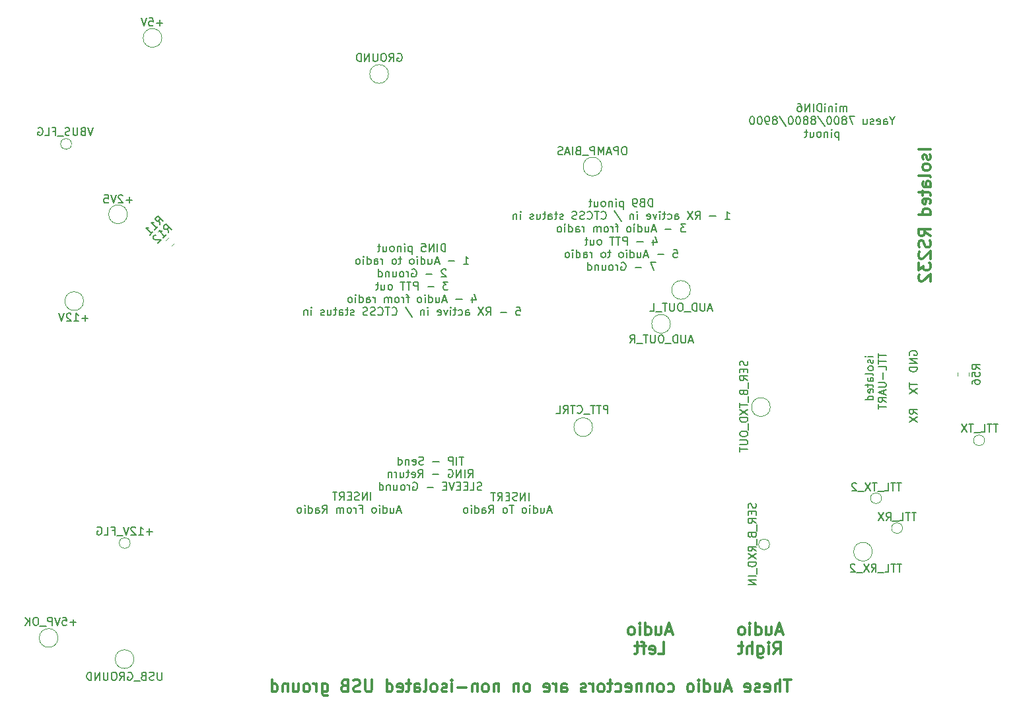
<source format=gbr>
%TF.GenerationSoftware,KiCad,Pcbnew,6.0.2+dfsg-1*%
%TF.CreationDate,2024-03-10T18:27:39+01:00*%
%TF.ProjectId,radio-usb,72616469-6f2d-4757-9362-2e6b69636164,rev?*%
%TF.SameCoordinates,Original*%
%TF.FileFunction,Legend,Bot*%
%TF.FilePolarity,Positive*%
%FSLAX46Y46*%
G04 Gerber Fmt 4.6, Leading zero omitted, Abs format (unit mm)*
G04 Created by KiCad (PCBNEW 6.0.2+dfsg-1) date 2024-03-10 18:27:39*
%MOMM*%
%LPD*%
G01*
G04 APERTURE LIST*
%ADD10C,0.203200*%
%ADD11C,0.304800*%
%ADD12C,0.150000*%
%ADD13C,0.120000*%
G04 APERTURE END LIST*
D10*
X147977739Y-70440247D02*
X147300405Y-70440247D01*
X146961739Y-70440247D02*
X147010120Y-70391866D01*
X147058500Y-70440247D01*
X147010120Y-70488628D01*
X146961739Y-70440247D01*
X147058500Y-70440247D01*
X147929358Y-70875676D02*
X147977739Y-70972438D01*
X147977739Y-71165961D01*
X147929358Y-71262723D01*
X147832596Y-71311104D01*
X147784215Y-71311104D01*
X147687453Y-71262723D01*
X147639072Y-71165961D01*
X147639072Y-71020819D01*
X147590691Y-70924057D01*
X147493929Y-70875676D01*
X147445548Y-70875676D01*
X147348786Y-70924057D01*
X147300405Y-71020819D01*
X147300405Y-71165961D01*
X147348786Y-71262723D01*
X147977739Y-71891676D02*
X147929358Y-71794914D01*
X147880977Y-71746533D01*
X147784215Y-71698152D01*
X147493929Y-71698152D01*
X147397167Y-71746533D01*
X147348786Y-71794914D01*
X147300405Y-71891676D01*
X147300405Y-72036819D01*
X147348786Y-72133580D01*
X147397167Y-72181961D01*
X147493929Y-72230342D01*
X147784215Y-72230342D01*
X147880977Y-72181961D01*
X147929358Y-72133580D01*
X147977739Y-72036819D01*
X147977739Y-71891676D01*
X147977739Y-72810914D02*
X147929358Y-72714152D01*
X147832596Y-72665771D01*
X146961739Y-72665771D01*
X147977739Y-73633390D02*
X147445548Y-73633390D01*
X147348786Y-73585009D01*
X147300405Y-73488247D01*
X147300405Y-73294723D01*
X147348786Y-73197961D01*
X147929358Y-73633390D02*
X147977739Y-73536628D01*
X147977739Y-73294723D01*
X147929358Y-73197961D01*
X147832596Y-73149580D01*
X147735834Y-73149580D01*
X147639072Y-73197961D01*
X147590691Y-73294723D01*
X147590691Y-73536628D01*
X147542310Y-73633390D01*
X147300405Y-73972057D02*
X147300405Y-74359104D01*
X146961739Y-74117200D02*
X147832596Y-74117200D01*
X147929358Y-74165580D01*
X147977739Y-74262342D01*
X147977739Y-74359104D01*
X147929358Y-75084819D02*
X147977739Y-74988057D01*
X147977739Y-74794533D01*
X147929358Y-74697771D01*
X147832596Y-74649390D01*
X147445548Y-74649390D01*
X147348786Y-74697771D01*
X147300405Y-74794533D01*
X147300405Y-74988057D01*
X147348786Y-75084819D01*
X147445548Y-75133200D01*
X147542310Y-75133200D01*
X147639072Y-74649390D01*
X147977739Y-76004057D02*
X146961739Y-76004057D01*
X147929358Y-76004057D02*
X147977739Y-75907295D01*
X147977739Y-75713771D01*
X147929358Y-75617009D01*
X147880977Y-75568628D01*
X147784215Y-75520247D01*
X147493929Y-75520247D01*
X147397167Y-75568628D01*
X147348786Y-75617009D01*
X147300405Y-75713771D01*
X147300405Y-75907295D01*
X147348786Y-76004057D01*
X148597499Y-70029009D02*
X148597499Y-70609580D01*
X149613499Y-70319295D02*
X148597499Y-70319295D01*
X148597499Y-70803104D02*
X148597499Y-71383676D01*
X149613499Y-71093390D02*
X148597499Y-71093390D01*
X149613499Y-72206152D02*
X149613499Y-71722342D01*
X148597499Y-71722342D01*
X149226451Y-72544819D02*
X149226451Y-73318914D01*
X148597499Y-73802723D02*
X149419975Y-73802723D01*
X149516737Y-73851104D01*
X149565118Y-73899485D01*
X149613499Y-73996247D01*
X149613499Y-74189771D01*
X149565118Y-74286533D01*
X149516737Y-74334914D01*
X149419975Y-74383295D01*
X148597499Y-74383295D01*
X149323213Y-74818723D02*
X149323213Y-75302533D01*
X149613499Y-74721961D02*
X148597499Y-75060628D01*
X149613499Y-75399295D01*
X149613499Y-76318533D02*
X149129689Y-75979866D01*
X149613499Y-75737961D02*
X148597499Y-75737961D01*
X148597499Y-76125009D01*
X148645880Y-76221771D01*
X148694260Y-76270152D01*
X148791022Y-76318533D01*
X148936165Y-76318533D01*
X149032927Y-76270152D01*
X149081308Y-76221771D01*
X149129689Y-76125009D01*
X149129689Y-75737961D01*
X148597499Y-76608819D02*
X148597499Y-77189390D01*
X149613499Y-76899104D02*
X148597499Y-76899104D01*
X113960123Y-77726419D02*
X113960123Y-76710419D01*
X113573076Y-76710419D01*
X113476314Y-76758800D01*
X113427933Y-76807180D01*
X113379552Y-76903942D01*
X113379552Y-77049085D01*
X113427933Y-77145847D01*
X113476314Y-77194228D01*
X113573076Y-77242609D01*
X113960123Y-77242609D01*
X113089266Y-76710419D02*
X112508695Y-76710419D01*
X112798980Y-77726419D02*
X112798980Y-76710419D01*
X112315171Y-76710419D02*
X111734600Y-76710419D01*
X112024885Y-77726419D02*
X112024885Y-76710419D01*
X111637838Y-77823180D02*
X110863742Y-77823180D01*
X110041266Y-77629657D02*
X110089647Y-77678038D01*
X110234790Y-77726419D01*
X110331552Y-77726419D01*
X110476695Y-77678038D01*
X110573457Y-77581276D01*
X110621838Y-77484514D01*
X110670219Y-77290990D01*
X110670219Y-77145847D01*
X110621838Y-76952323D01*
X110573457Y-76855561D01*
X110476695Y-76758800D01*
X110331552Y-76710419D01*
X110234790Y-76710419D01*
X110089647Y-76758800D01*
X110041266Y-76807180D01*
X109750980Y-76710419D02*
X109170409Y-76710419D01*
X109460695Y-77726419D02*
X109460695Y-76710419D01*
X108251171Y-77726419D02*
X108589838Y-77242609D01*
X108831742Y-77726419D02*
X108831742Y-76710419D01*
X108444695Y-76710419D01*
X108347933Y-76758800D01*
X108299552Y-76807180D01*
X108251171Y-76903942D01*
X108251171Y-77049085D01*
X108299552Y-77145847D01*
X108347933Y-77194228D01*
X108444695Y-77242609D01*
X108831742Y-77242609D01*
X107331933Y-77726419D02*
X107815742Y-77726419D01*
X107815742Y-76710419D01*
D11*
X122174000Y-105707180D02*
X121448285Y-105707180D01*
X122319142Y-106142608D02*
X121811142Y-104618608D01*
X121303142Y-106142608D01*
X120142000Y-105126608D02*
X120142000Y-106142608D01*
X120795142Y-105126608D02*
X120795142Y-105924894D01*
X120722571Y-106070037D01*
X120577428Y-106142608D01*
X120359714Y-106142608D01*
X120214571Y-106070037D01*
X120142000Y-105997465D01*
X118763142Y-106142608D02*
X118763142Y-104618608D01*
X118763142Y-106070037D02*
X118908285Y-106142608D01*
X119198571Y-106142608D01*
X119343714Y-106070037D01*
X119416285Y-105997465D01*
X119488857Y-105852322D01*
X119488857Y-105416894D01*
X119416285Y-105271751D01*
X119343714Y-105199180D01*
X119198571Y-105126608D01*
X118908285Y-105126608D01*
X118763142Y-105199180D01*
X118037428Y-106142608D02*
X118037428Y-105126608D01*
X118037428Y-104618608D02*
X118110000Y-104691180D01*
X118037428Y-104763751D01*
X117964857Y-104691180D01*
X118037428Y-104618608D01*
X118037428Y-104763751D01*
X117094000Y-106142608D02*
X117239142Y-106070037D01*
X117311714Y-105997465D01*
X117384285Y-105852322D01*
X117384285Y-105416894D01*
X117311714Y-105271751D01*
X117239142Y-105199180D01*
X117094000Y-105126608D01*
X116876285Y-105126608D01*
X116731142Y-105199180D01*
X116658571Y-105271751D01*
X116586000Y-105416894D01*
X116586000Y-105852322D01*
X116658571Y-105997465D01*
X116731142Y-106070037D01*
X116876285Y-106142608D01*
X117094000Y-106142608D01*
X120432285Y-108596248D02*
X121158000Y-108596248D01*
X121158000Y-107072248D01*
X119343714Y-108523677D02*
X119488857Y-108596248D01*
X119779142Y-108596248D01*
X119924285Y-108523677D01*
X119996857Y-108378534D01*
X119996857Y-107797962D01*
X119924285Y-107652820D01*
X119779142Y-107580248D01*
X119488857Y-107580248D01*
X119343714Y-107652820D01*
X119271142Y-107797962D01*
X119271142Y-107943105D01*
X119996857Y-108088248D01*
X118835714Y-107580248D02*
X118255142Y-107580248D01*
X118618000Y-108596248D02*
X118618000Y-107289962D01*
X118545428Y-107144820D01*
X118400285Y-107072248D01*
X118255142Y-107072248D01*
X117964857Y-107580248D02*
X117384285Y-107580248D01*
X117747142Y-107072248D02*
X117747142Y-108378534D01*
X117674571Y-108523677D01*
X117529428Y-108596248D01*
X117384285Y-108596248D01*
D10*
X56881485Y-27682371D02*
X56107390Y-27682371D01*
X56494438Y-28069419D02*
X56494438Y-27295323D01*
X55139771Y-27053419D02*
X55623580Y-27053419D01*
X55671961Y-27537228D01*
X55623580Y-27488847D01*
X55526819Y-27440466D01*
X55284914Y-27440466D01*
X55188152Y-27488847D01*
X55139771Y-27537228D01*
X55091390Y-27633990D01*
X55091390Y-27875895D01*
X55139771Y-27972657D01*
X55188152Y-28021038D01*
X55284914Y-28069419D01*
X55526819Y-28069419D01*
X55623580Y-28021038D01*
X55671961Y-27972657D01*
X54801104Y-27053419D02*
X54462438Y-28069419D01*
X54123771Y-27053419D01*
X163966676Y-79072619D02*
X163386104Y-79072619D01*
X163676390Y-80088619D02*
X163676390Y-79072619D01*
X163192580Y-79072619D02*
X162612009Y-79072619D01*
X162902295Y-80088619D02*
X162902295Y-79072619D01*
X161789533Y-80088619D02*
X162273342Y-80088619D01*
X162273342Y-79072619D01*
X161692771Y-80185380D02*
X160918676Y-80185380D01*
X160821914Y-79072619D02*
X160241342Y-79072619D01*
X160531628Y-80088619D02*
X160531628Y-79072619D01*
X159999438Y-79072619D02*
X159322104Y-80088619D01*
X159322104Y-79072619D02*
X159999438Y-80088619D01*
X48003580Y-41099619D02*
X47664914Y-42115619D01*
X47326247Y-41099619D01*
X46648914Y-41583428D02*
X46503771Y-41631809D01*
X46455390Y-41680190D01*
X46407009Y-41776952D01*
X46407009Y-41922095D01*
X46455390Y-42018857D01*
X46503771Y-42067238D01*
X46600533Y-42115619D01*
X46987580Y-42115619D01*
X46987580Y-41099619D01*
X46648914Y-41099619D01*
X46552152Y-41148000D01*
X46503771Y-41196380D01*
X46455390Y-41293142D01*
X46455390Y-41389904D01*
X46503771Y-41486666D01*
X46552152Y-41535047D01*
X46648914Y-41583428D01*
X46987580Y-41583428D01*
X45971580Y-41099619D02*
X45971580Y-41922095D01*
X45923200Y-42018857D01*
X45874819Y-42067238D01*
X45778057Y-42115619D01*
X45584533Y-42115619D01*
X45487771Y-42067238D01*
X45439390Y-42018857D01*
X45391009Y-41922095D01*
X45391009Y-41099619D01*
X44955580Y-42067238D02*
X44810438Y-42115619D01*
X44568533Y-42115619D01*
X44471771Y-42067238D01*
X44423390Y-42018857D01*
X44375009Y-41922095D01*
X44375009Y-41825333D01*
X44423390Y-41728571D01*
X44471771Y-41680190D01*
X44568533Y-41631809D01*
X44762057Y-41583428D01*
X44858819Y-41535047D01*
X44907200Y-41486666D01*
X44955580Y-41389904D01*
X44955580Y-41293142D01*
X44907200Y-41196380D01*
X44858819Y-41148000D01*
X44762057Y-41099619D01*
X44520152Y-41099619D01*
X44375009Y-41148000D01*
X44181485Y-42212380D02*
X43407390Y-42212380D01*
X42826819Y-41583428D02*
X43165485Y-41583428D01*
X43165485Y-42115619D02*
X43165485Y-41099619D01*
X42681676Y-41099619D01*
X41810819Y-42115619D02*
X42294628Y-42115619D01*
X42294628Y-41099619D01*
X40939961Y-41148000D02*
X41036723Y-41099619D01*
X41181866Y-41099619D01*
X41327009Y-41148000D01*
X41423771Y-41244761D01*
X41472152Y-41341523D01*
X41520533Y-41535047D01*
X41520533Y-41680190D01*
X41472152Y-41873714D01*
X41423771Y-41970476D01*
X41327009Y-42067238D01*
X41181866Y-42115619D01*
X41085104Y-42115619D01*
X40939961Y-42067238D01*
X40891580Y-42018857D01*
X40891580Y-41680190D01*
X41085104Y-41680190D01*
X83555114Y-88871939D02*
X83555114Y-87855939D01*
X83071304Y-88871939D02*
X83071304Y-87855939D01*
X82490733Y-88871939D01*
X82490733Y-87855939D01*
X82055304Y-88823558D02*
X81910161Y-88871939D01*
X81668257Y-88871939D01*
X81571495Y-88823558D01*
X81523114Y-88775177D01*
X81474733Y-88678415D01*
X81474733Y-88581653D01*
X81523114Y-88484891D01*
X81571495Y-88436510D01*
X81668257Y-88388129D01*
X81861780Y-88339748D01*
X81958542Y-88291367D01*
X82006923Y-88242986D01*
X82055304Y-88146224D01*
X82055304Y-88049462D01*
X82006923Y-87952700D01*
X81958542Y-87904320D01*
X81861780Y-87855939D01*
X81619876Y-87855939D01*
X81474733Y-87904320D01*
X81039304Y-88339748D02*
X80700638Y-88339748D01*
X80555495Y-88871939D02*
X81039304Y-88871939D01*
X81039304Y-87855939D01*
X80555495Y-87855939D01*
X79539495Y-88871939D02*
X79878161Y-88388129D01*
X80120066Y-88871939D02*
X80120066Y-87855939D01*
X79733019Y-87855939D01*
X79636257Y-87904320D01*
X79587876Y-87952700D01*
X79539495Y-88049462D01*
X79539495Y-88194605D01*
X79587876Y-88291367D01*
X79636257Y-88339748D01*
X79733019Y-88388129D01*
X80120066Y-88388129D01*
X79249209Y-87855939D02*
X78668638Y-87855939D01*
X78958923Y-88871939D02*
X78958923Y-87855939D01*
X87449780Y-90217413D02*
X86965971Y-90217413D01*
X87546542Y-90507699D02*
X87207876Y-89491699D01*
X86869209Y-90507699D01*
X86095114Y-89830365D02*
X86095114Y-90507699D01*
X86530542Y-89830365D02*
X86530542Y-90362556D01*
X86482161Y-90459318D01*
X86385400Y-90507699D01*
X86240257Y-90507699D01*
X86143495Y-90459318D01*
X86095114Y-90410937D01*
X85175876Y-90507699D02*
X85175876Y-89491699D01*
X85175876Y-90459318D02*
X85272638Y-90507699D01*
X85466161Y-90507699D01*
X85562923Y-90459318D01*
X85611304Y-90410937D01*
X85659685Y-90314175D01*
X85659685Y-90023889D01*
X85611304Y-89927127D01*
X85562923Y-89878746D01*
X85466161Y-89830365D01*
X85272638Y-89830365D01*
X85175876Y-89878746D01*
X84692066Y-90507699D02*
X84692066Y-89830365D01*
X84692066Y-89491699D02*
X84740447Y-89540080D01*
X84692066Y-89588460D01*
X84643685Y-89540080D01*
X84692066Y-89491699D01*
X84692066Y-89588460D01*
X84063114Y-90507699D02*
X84159876Y-90459318D01*
X84208257Y-90410937D01*
X84256638Y-90314175D01*
X84256638Y-90023889D01*
X84208257Y-89927127D01*
X84159876Y-89878746D01*
X84063114Y-89830365D01*
X83917971Y-89830365D01*
X83821209Y-89878746D01*
X83772828Y-89927127D01*
X83724447Y-90023889D01*
X83724447Y-90314175D01*
X83772828Y-90410937D01*
X83821209Y-90459318D01*
X83917971Y-90507699D01*
X84063114Y-90507699D01*
X82176257Y-89975508D02*
X82514923Y-89975508D01*
X82514923Y-90507699D02*
X82514923Y-89491699D01*
X82031114Y-89491699D01*
X81644066Y-90507699D02*
X81644066Y-89830365D01*
X81644066Y-90023889D02*
X81595685Y-89927127D01*
X81547304Y-89878746D01*
X81450542Y-89830365D01*
X81353780Y-89830365D01*
X80869971Y-90507699D02*
X80966733Y-90459318D01*
X81015114Y-90410937D01*
X81063495Y-90314175D01*
X81063495Y-90023889D01*
X81015114Y-89927127D01*
X80966733Y-89878746D01*
X80869971Y-89830365D01*
X80724828Y-89830365D01*
X80628066Y-89878746D01*
X80579685Y-89927127D01*
X80531304Y-90023889D01*
X80531304Y-90314175D01*
X80579685Y-90410937D01*
X80628066Y-90459318D01*
X80724828Y-90507699D01*
X80869971Y-90507699D01*
X80095876Y-90507699D02*
X80095876Y-89830365D01*
X80095876Y-89927127D02*
X80047495Y-89878746D01*
X79950733Y-89830365D01*
X79805590Y-89830365D01*
X79708828Y-89878746D01*
X79660447Y-89975508D01*
X79660447Y-90507699D01*
X79660447Y-89975508D02*
X79612066Y-89878746D01*
X79515304Y-89830365D01*
X79370161Y-89830365D01*
X79273400Y-89878746D01*
X79225019Y-89975508D01*
X79225019Y-90507699D01*
X77386542Y-90507699D02*
X77725209Y-90023889D01*
X77967114Y-90507699D02*
X77967114Y-89491699D01*
X77580066Y-89491699D01*
X77483304Y-89540080D01*
X77434923Y-89588460D01*
X77386542Y-89685222D01*
X77386542Y-89830365D01*
X77434923Y-89927127D01*
X77483304Y-89975508D01*
X77580066Y-90023889D01*
X77967114Y-90023889D01*
X76515685Y-90507699D02*
X76515685Y-89975508D01*
X76564066Y-89878746D01*
X76660828Y-89830365D01*
X76854352Y-89830365D01*
X76951114Y-89878746D01*
X76515685Y-90459318D02*
X76612447Y-90507699D01*
X76854352Y-90507699D01*
X76951114Y-90459318D01*
X76999495Y-90362556D01*
X76999495Y-90265794D01*
X76951114Y-90169032D01*
X76854352Y-90120651D01*
X76612447Y-90120651D01*
X76515685Y-90072270D01*
X75596447Y-90507699D02*
X75596447Y-89491699D01*
X75596447Y-90459318D02*
X75693209Y-90507699D01*
X75886733Y-90507699D01*
X75983495Y-90459318D01*
X76031876Y-90410937D01*
X76080257Y-90314175D01*
X76080257Y-90023889D01*
X76031876Y-89927127D01*
X75983495Y-89878746D01*
X75886733Y-89830365D01*
X75693209Y-89830365D01*
X75596447Y-89878746D01*
X75112638Y-90507699D02*
X75112638Y-89830365D01*
X75112638Y-89491699D02*
X75161019Y-89540080D01*
X75112638Y-89588460D01*
X75064257Y-89540080D01*
X75112638Y-89491699D01*
X75112638Y-89588460D01*
X74483685Y-90507699D02*
X74580447Y-90459318D01*
X74628828Y-90410937D01*
X74677209Y-90314175D01*
X74677209Y-90023889D01*
X74628828Y-89927127D01*
X74580447Y-89878746D01*
X74483685Y-89830365D01*
X74338542Y-89830365D01*
X74241780Y-89878746D01*
X74193400Y-89927127D01*
X74145019Y-90023889D01*
X74145019Y-90314175D01*
X74193400Y-90410937D01*
X74241780Y-90459318D01*
X74338542Y-90507699D01*
X74483685Y-90507699D01*
X151623485Y-97030419D02*
X151042914Y-97030419D01*
X151333200Y-98046419D02*
X151333200Y-97030419D01*
X150849390Y-97030419D02*
X150268819Y-97030419D01*
X150559104Y-98046419D02*
X150559104Y-97030419D01*
X149446342Y-98046419D02*
X149930152Y-98046419D01*
X149930152Y-97030419D01*
X149349580Y-98143180D02*
X148575485Y-98143180D01*
X147753009Y-98046419D02*
X148091676Y-97562609D01*
X148333580Y-98046419D02*
X148333580Y-97030419D01*
X147946533Y-97030419D01*
X147849771Y-97078800D01*
X147801390Y-97127180D01*
X147753009Y-97223942D01*
X147753009Y-97369085D01*
X147801390Y-97465847D01*
X147849771Y-97514228D01*
X147946533Y-97562609D01*
X148333580Y-97562609D01*
X147414342Y-97030419D02*
X146737009Y-98046419D01*
X146737009Y-97030419D02*
X147414342Y-98046419D01*
X146591866Y-98143180D02*
X145817771Y-98143180D01*
X145624247Y-97127180D02*
X145575866Y-97078800D01*
X145479104Y-97030419D01*
X145237200Y-97030419D01*
X145140438Y-97078800D01*
X145092057Y-97127180D01*
X145043676Y-97223942D01*
X145043676Y-97320704D01*
X145092057Y-97465847D01*
X145672628Y-98046419D01*
X145043676Y-98046419D01*
X93130914Y-56989859D02*
X93130914Y-55973859D01*
X92889009Y-55973859D01*
X92743866Y-56022240D01*
X92647104Y-56119001D01*
X92598723Y-56215763D01*
X92550342Y-56409287D01*
X92550342Y-56554430D01*
X92598723Y-56747954D01*
X92647104Y-56844716D01*
X92743866Y-56941478D01*
X92889009Y-56989859D01*
X93130914Y-56989859D01*
X92114914Y-56989859D02*
X92114914Y-55973859D01*
X91631104Y-56989859D02*
X91631104Y-55973859D01*
X91050533Y-56989859D01*
X91050533Y-55973859D01*
X90082914Y-55973859D02*
X90566723Y-55973859D01*
X90615104Y-56457668D01*
X90566723Y-56409287D01*
X90469961Y-56360906D01*
X90228057Y-56360906D01*
X90131295Y-56409287D01*
X90082914Y-56457668D01*
X90034533Y-56554430D01*
X90034533Y-56796335D01*
X90082914Y-56893097D01*
X90131295Y-56941478D01*
X90228057Y-56989859D01*
X90469961Y-56989859D01*
X90566723Y-56941478D01*
X90615104Y-56893097D01*
X88825009Y-56312525D02*
X88825009Y-57328525D01*
X88825009Y-56360906D02*
X88728247Y-56312525D01*
X88534723Y-56312525D01*
X88437961Y-56360906D01*
X88389580Y-56409287D01*
X88341200Y-56506049D01*
X88341200Y-56796335D01*
X88389580Y-56893097D01*
X88437961Y-56941478D01*
X88534723Y-56989859D01*
X88728247Y-56989859D01*
X88825009Y-56941478D01*
X87905771Y-56989859D02*
X87905771Y-56312525D01*
X87905771Y-55973859D02*
X87954152Y-56022240D01*
X87905771Y-56070620D01*
X87857390Y-56022240D01*
X87905771Y-55973859D01*
X87905771Y-56070620D01*
X87421961Y-56312525D02*
X87421961Y-56989859D01*
X87421961Y-56409287D02*
X87373580Y-56360906D01*
X87276819Y-56312525D01*
X87131676Y-56312525D01*
X87034914Y-56360906D01*
X86986533Y-56457668D01*
X86986533Y-56989859D01*
X86357580Y-56989859D02*
X86454342Y-56941478D01*
X86502723Y-56893097D01*
X86551104Y-56796335D01*
X86551104Y-56506049D01*
X86502723Y-56409287D01*
X86454342Y-56360906D01*
X86357580Y-56312525D01*
X86212438Y-56312525D01*
X86115676Y-56360906D01*
X86067295Y-56409287D01*
X86018914Y-56506049D01*
X86018914Y-56796335D01*
X86067295Y-56893097D01*
X86115676Y-56941478D01*
X86212438Y-56989859D01*
X86357580Y-56989859D01*
X85148057Y-56312525D02*
X85148057Y-56989859D01*
X85583485Y-56312525D02*
X85583485Y-56844716D01*
X85535104Y-56941478D01*
X85438342Y-56989859D01*
X85293200Y-56989859D01*
X85196438Y-56941478D01*
X85148057Y-56893097D01*
X84809390Y-56312525D02*
X84422342Y-56312525D01*
X84664247Y-55973859D02*
X84664247Y-56844716D01*
X84615866Y-56941478D01*
X84519104Y-56989859D01*
X84422342Y-56989859D01*
X95477390Y-58625619D02*
X96057961Y-58625619D01*
X95767676Y-58625619D02*
X95767676Y-57609619D01*
X95864438Y-57754761D01*
X95961200Y-57851523D01*
X96057961Y-57899904D01*
X94267866Y-58238571D02*
X93493771Y-58238571D01*
X92284247Y-58335333D02*
X91800438Y-58335333D01*
X92381009Y-58625619D02*
X92042342Y-57609619D01*
X91703676Y-58625619D01*
X90929580Y-57948285D02*
X90929580Y-58625619D01*
X91365009Y-57948285D02*
X91365009Y-58480476D01*
X91316628Y-58577238D01*
X91219866Y-58625619D01*
X91074723Y-58625619D01*
X90977961Y-58577238D01*
X90929580Y-58528857D01*
X90010342Y-58625619D02*
X90010342Y-57609619D01*
X90010342Y-58577238D02*
X90107104Y-58625619D01*
X90300628Y-58625619D01*
X90397390Y-58577238D01*
X90445771Y-58528857D01*
X90494152Y-58432095D01*
X90494152Y-58141809D01*
X90445771Y-58045047D01*
X90397390Y-57996666D01*
X90300628Y-57948285D01*
X90107104Y-57948285D01*
X90010342Y-57996666D01*
X89526533Y-58625619D02*
X89526533Y-57948285D01*
X89526533Y-57609619D02*
X89574914Y-57658000D01*
X89526533Y-57706380D01*
X89478152Y-57658000D01*
X89526533Y-57609619D01*
X89526533Y-57706380D01*
X88897580Y-58625619D02*
X88994342Y-58577238D01*
X89042723Y-58528857D01*
X89091104Y-58432095D01*
X89091104Y-58141809D01*
X89042723Y-58045047D01*
X88994342Y-57996666D01*
X88897580Y-57948285D01*
X88752438Y-57948285D01*
X88655676Y-57996666D01*
X88607295Y-58045047D01*
X88558914Y-58141809D01*
X88558914Y-58432095D01*
X88607295Y-58528857D01*
X88655676Y-58577238D01*
X88752438Y-58625619D01*
X88897580Y-58625619D01*
X87494533Y-57948285D02*
X87107485Y-57948285D01*
X87349390Y-57609619D02*
X87349390Y-58480476D01*
X87301009Y-58577238D01*
X87204247Y-58625619D01*
X87107485Y-58625619D01*
X86623676Y-58625619D02*
X86720438Y-58577238D01*
X86768819Y-58528857D01*
X86817200Y-58432095D01*
X86817200Y-58141809D01*
X86768819Y-58045047D01*
X86720438Y-57996666D01*
X86623676Y-57948285D01*
X86478533Y-57948285D01*
X86381771Y-57996666D01*
X86333390Y-58045047D01*
X86285009Y-58141809D01*
X86285009Y-58432095D01*
X86333390Y-58528857D01*
X86381771Y-58577238D01*
X86478533Y-58625619D01*
X86623676Y-58625619D01*
X85075485Y-58625619D02*
X85075485Y-57948285D01*
X85075485Y-58141809D02*
X85027104Y-58045047D01*
X84978723Y-57996666D01*
X84881961Y-57948285D01*
X84785200Y-57948285D01*
X84011104Y-58625619D02*
X84011104Y-58093428D01*
X84059485Y-57996666D01*
X84156247Y-57948285D01*
X84349771Y-57948285D01*
X84446533Y-57996666D01*
X84011104Y-58577238D02*
X84107866Y-58625619D01*
X84349771Y-58625619D01*
X84446533Y-58577238D01*
X84494914Y-58480476D01*
X84494914Y-58383714D01*
X84446533Y-58286952D01*
X84349771Y-58238571D01*
X84107866Y-58238571D01*
X84011104Y-58190190D01*
X83091866Y-58625619D02*
X83091866Y-57609619D01*
X83091866Y-58577238D02*
X83188628Y-58625619D01*
X83382152Y-58625619D01*
X83478914Y-58577238D01*
X83527295Y-58528857D01*
X83575676Y-58432095D01*
X83575676Y-58141809D01*
X83527295Y-58045047D01*
X83478914Y-57996666D01*
X83382152Y-57948285D01*
X83188628Y-57948285D01*
X83091866Y-57996666D01*
X82608057Y-58625619D02*
X82608057Y-57948285D01*
X82608057Y-57609619D02*
X82656438Y-57658000D01*
X82608057Y-57706380D01*
X82559676Y-57658000D01*
X82608057Y-57609619D01*
X82608057Y-57706380D01*
X81979104Y-58625619D02*
X82075866Y-58577238D01*
X82124247Y-58528857D01*
X82172628Y-58432095D01*
X82172628Y-58141809D01*
X82124247Y-58045047D01*
X82075866Y-57996666D01*
X81979104Y-57948285D01*
X81833961Y-57948285D01*
X81737200Y-57996666D01*
X81688819Y-58045047D01*
X81640438Y-58141809D01*
X81640438Y-58432095D01*
X81688819Y-58528857D01*
X81737200Y-58577238D01*
X81833961Y-58625619D01*
X81979104Y-58625619D01*
X93203485Y-59342140D02*
X93155104Y-59293760D01*
X93058342Y-59245379D01*
X92816438Y-59245379D01*
X92719676Y-59293760D01*
X92671295Y-59342140D01*
X92622914Y-59438902D01*
X92622914Y-59535664D01*
X92671295Y-59680807D01*
X93251866Y-60261379D01*
X92622914Y-60261379D01*
X91413390Y-59874331D02*
X90639295Y-59874331D01*
X88849200Y-59293760D02*
X88945961Y-59245379D01*
X89091104Y-59245379D01*
X89236247Y-59293760D01*
X89333009Y-59390521D01*
X89381390Y-59487283D01*
X89429771Y-59680807D01*
X89429771Y-59825950D01*
X89381390Y-60019474D01*
X89333009Y-60116236D01*
X89236247Y-60212998D01*
X89091104Y-60261379D01*
X88994342Y-60261379D01*
X88849200Y-60212998D01*
X88800819Y-60164617D01*
X88800819Y-59825950D01*
X88994342Y-59825950D01*
X88365390Y-60261379D02*
X88365390Y-59584045D01*
X88365390Y-59777569D02*
X88317009Y-59680807D01*
X88268628Y-59632426D01*
X88171866Y-59584045D01*
X88075104Y-59584045D01*
X87591295Y-60261379D02*
X87688057Y-60212998D01*
X87736438Y-60164617D01*
X87784819Y-60067855D01*
X87784819Y-59777569D01*
X87736438Y-59680807D01*
X87688057Y-59632426D01*
X87591295Y-59584045D01*
X87446152Y-59584045D01*
X87349390Y-59632426D01*
X87301009Y-59680807D01*
X87252628Y-59777569D01*
X87252628Y-60067855D01*
X87301009Y-60164617D01*
X87349390Y-60212998D01*
X87446152Y-60261379D01*
X87591295Y-60261379D01*
X86381771Y-59584045D02*
X86381771Y-60261379D01*
X86817200Y-59584045D02*
X86817200Y-60116236D01*
X86768819Y-60212998D01*
X86672057Y-60261379D01*
X86526914Y-60261379D01*
X86430152Y-60212998D01*
X86381771Y-60164617D01*
X85897961Y-59584045D02*
X85897961Y-60261379D01*
X85897961Y-59680807D02*
X85849580Y-59632426D01*
X85752819Y-59584045D01*
X85607676Y-59584045D01*
X85510914Y-59632426D01*
X85462533Y-59729188D01*
X85462533Y-60261379D01*
X84543295Y-60261379D02*
X84543295Y-59245379D01*
X84543295Y-60212998D02*
X84640057Y-60261379D01*
X84833580Y-60261379D01*
X84930342Y-60212998D01*
X84978723Y-60164617D01*
X85027104Y-60067855D01*
X85027104Y-59777569D01*
X84978723Y-59680807D01*
X84930342Y-59632426D01*
X84833580Y-59584045D01*
X84640057Y-59584045D01*
X84543295Y-59632426D01*
X93469580Y-60881139D02*
X92840628Y-60881139D01*
X93179295Y-61268186D01*
X93034152Y-61268186D01*
X92937390Y-61316567D01*
X92889009Y-61364948D01*
X92840628Y-61461710D01*
X92840628Y-61703615D01*
X92889009Y-61800377D01*
X92937390Y-61848758D01*
X93034152Y-61897139D01*
X93324438Y-61897139D01*
X93421200Y-61848758D01*
X93469580Y-61800377D01*
X91631104Y-61510091D02*
X90857009Y-61510091D01*
X89599104Y-61897139D02*
X89599104Y-60881139D01*
X89212057Y-60881139D01*
X89115295Y-60929520D01*
X89066914Y-60977900D01*
X89018533Y-61074662D01*
X89018533Y-61219805D01*
X89066914Y-61316567D01*
X89115295Y-61364948D01*
X89212057Y-61413329D01*
X89599104Y-61413329D01*
X88728247Y-60881139D02*
X88147676Y-60881139D01*
X88437961Y-61897139D02*
X88437961Y-60881139D01*
X87954152Y-60881139D02*
X87373580Y-60881139D01*
X87663866Y-61897139D02*
X87663866Y-60881139D01*
X86115676Y-61897139D02*
X86212438Y-61848758D01*
X86260819Y-61800377D01*
X86309200Y-61703615D01*
X86309200Y-61413329D01*
X86260819Y-61316567D01*
X86212438Y-61268186D01*
X86115676Y-61219805D01*
X85970533Y-61219805D01*
X85873771Y-61268186D01*
X85825390Y-61316567D01*
X85777009Y-61413329D01*
X85777009Y-61703615D01*
X85825390Y-61800377D01*
X85873771Y-61848758D01*
X85970533Y-61897139D01*
X86115676Y-61897139D01*
X84906152Y-61219805D02*
X84906152Y-61897139D01*
X85341580Y-61219805D02*
X85341580Y-61751996D01*
X85293200Y-61848758D01*
X85196438Y-61897139D01*
X85051295Y-61897139D01*
X84954533Y-61848758D01*
X84906152Y-61800377D01*
X84567485Y-61219805D02*
X84180438Y-61219805D01*
X84422342Y-60881139D02*
X84422342Y-61751996D01*
X84373961Y-61848758D01*
X84277200Y-61897139D01*
X84180438Y-61897139D01*
X96565961Y-62855565D02*
X96565961Y-63532899D01*
X96807866Y-62468518D02*
X97049771Y-63194232D01*
X96420819Y-63194232D01*
X95259676Y-63145851D02*
X94485580Y-63145851D01*
X93276057Y-63242613D02*
X92792247Y-63242613D01*
X93372819Y-63532899D02*
X93034152Y-62516899D01*
X92695485Y-63532899D01*
X91921390Y-62855565D02*
X91921390Y-63532899D01*
X92356819Y-62855565D02*
X92356819Y-63387756D01*
X92308438Y-63484518D01*
X92211676Y-63532899D01*
X92066533Y-63532899D01*
X91969771Y-63484518D01*
X91921390Y-63436137D01*
X91002152Y-63532899D02*
X91002152Y-62516899D01*
X91002152Y-63484518D02*
X91098914Y-63532899D01*
X91292438Y-63532899D01*
X91389200Y-63484518D01*
X91437580Y-63436137D01*
X91485961Y-63339375D01*
X91485961Y-63049089D01*
X91437580Y-62952327D01*
X91389200Y-62903946D01*
X91292438Y-62855565D01*
X91098914Y-62855565D01*
X91002152Y-62903946D01*
X90518342Y-63532899D02*
X90518342Y-62855565D01*
X90518342Y-62516899D02*
X90566723Y-62565280D01*
X90518342Y-62613660D01*
X90469961Y-62565280D01*
X90518342Y-62516899D01*
X90518342Y-62613660D01*
X89889390Y-63532899D02*
X89986152Y-63484518D01*
X90034533Y-63436137D01*
X90082914Y-63339375D01*
X90082914Y-63049089D01*
X90034533Y-62952327D01*
X89986152Y-62903946D01*
X89889390Y-62855565D01*
X89744247Y-62855565D01*
X89647485Y-62903946D01*
X89599104Y-62952327D01*
X89550723Y-63049089D01*
X89550723Y-63339375D01*
X89599104Y-63436137D01*
X89647485Y-63484518D01*
X89744247Y-63532899D01*
X89889390Y-63532899D01*
X88486342Y-62855565D02*
X88099295Y-62855565D01*
X88341200Y-63532899D02*
X88341200Y-62662041D01*
X88292819Y-62565280D01*
X88196057Y-62516899D01*
X88099295Y-62516899D01*
X87760628Y-63532899D02*
X87760628Y-62855565D01*
X87760628Y-63049089D02*
X87712247Y-62952327D01*
X87663866Y-62903946D01*
X87567104Y-62855565D01*
X87470342Y-62855565D01*
X86986533Y-63532899D02*
X87083295Y-63484518D01*
X87131676Y-63436137D01*
X87180057Y-63339375D01*
X87180057Y-63049089D01*
X87131676Y-62952327D01*
X87083295Y-62903946D01*
X86986533Y-62855565D01*
X86841390Y-62855565D01*
X86744628Y-62903946D01*
X86696247Y-62952327D01*
X86647866Y-63049089D01*
X86647866Y-63339375D01*
X86696247Y-63436137D01*
X86744628Y-63484518D01*
X86841390Y-63532899D01*
X86986533Y-63532899D01*
X86212438Y-63532899D02*
X86212438Y-62855565D01*
X86212438Y-62952327D02*
X86164057Y-62903946D01*
X86067295Y-62855565D01*
X85922152Y-62855565D01*
X85825390Y-62903946D01*
X85777009Y-63000708D01*
X85777009Y-63532899D01*
X85777009Y-63000708D02*
X85728628Y-62903946D01*
X85631866Y-62855565D01*
X85486723Y-62855565D01*
X85389961Y-62903946D01*
X85341580Y-63000708D01*
X85341580Y-63532899D01*
X84083676Y-63532899D02*
X84083676Y-62855565D01*
X84083676Y-63049089D02*
X84035295Y-62952327D01*
X83986914Y-62903946D01*
X83890152Y-62855565D01*
X83793390Y-62855565D01*
X83019295Y-63532899D02*
X83019295Y-63000708D01*
X83067676Y-62903946D01*
X83164438Y-62855565D01*
X83357961Y-62855565D01*
X83454723Y-62903946D01*
X83019295Y-63484518D02*
X83116057Y-63532899D01*
X83357961Y-63532899D01*
X83454723Y-63484518D01*
X83503104Y-63387756D01*
X83503104Y-63290994D01*
X83454723Y-63194232D01*
X83357961Y-63145851D01*
X83116057Y-63145851D01*
X83019295Y-63097470D01*
X82100057Y-63532899D02*
X82100057Y-62516899D01*
X82100057Y-63484518D02*
X82196819Y-63532899D01*
X82390342Y-63532899D01*
X82487104Y-63484518D01*
X82535485Y-63436137D01*
X82583866Y-63339375D01*
X82583866Y-63049089D01*
X82535485Y-62952327D01*
X82487104Y-62903946D01*
X82390342Y-62855565D01*
X82196819Y-62855565D01*
X82100057Y-62903946D01*
X81616247Y-63532899D02*
X81616247Y-62855565D01*
X81616247Y-62516899D02*
X81664628Y-62565280D01*
X81616247Y-62613660D01*
X81567866Y-62565280D01*
X81616247Y-62516899D01*
X81616247Y-62613660D01*
X80987295Y-63532899D02*
X81084057Y-63484518D01*
X81132438Y-63436137D01*
X81180819Y-63339375D01*
X81180819Y-63049089D01*
X81132438Y-62952327D01*
X81084057Y-62903946D01*
X80987295Y-62855565D01*
X80842152Y-62855565D01*
X80745390Y-62903946D01*
X80697009Y-62952327D01*
X80648628Y-63049089D01*
X80648628Y-63339375D01*
X80697009Y-63436137D01*
X80745390Y-63484518D01*
X80842152Y-63532899D01*
X80987295Y-63532899D01*
X102202342Y-64152659D02*
X102686152Y-64152659D01*
X102734533Y-64636468D01*
X102686152Y-64588087D01*
X102589390Y-64539706D01*
X102347485Y-64539706D01*
X102250723Y-64588087D01*
X102202342Y-64636468D01*
X102153961Y-64733230D01*
X102153961Y-64975135D01*
X102202342Y-65071897D01*
X102250723Y-65120278D01*
X102347485Y-65168659D01*
X102589390Y-65168659D01*
X102686152Y-65120278D01*
X102734533Y-65071897D01*
X100944438Y-64781611D02*
X100170342Y-64781611D01*
X98331866Y-65168659D02*
X98670533Y-64684849D01*
X98912438Y-65168659D02*
X98912438Y-64152659D01*
X98525390Y-64152659D01*
X98428628Y-64201040D01*
X98380247Y-64249420D01*
X98331866Y-64346182D01*
X98331866Y-64491325D01*
X98380247Y-64588087D01*
X98428628Y-64636468D01*
X98525390Y-64684849D01*
X98912438Y-64684849D01*
X97993200Y-64152659D02*
X97315866Y-65168659D01*
X97315866Y-64152659D02*
X97993200Y-65168659D01*
X95719295Y-65168659D02*
X95719295Y-64636468D01*
X95767676Y-64539706D01*
X95864438Y-64491325D01*
X96057961Y-64491325D01*
X96154723Y-64539706D01*
X95719295Y-65120278D02*
X95816057Y-65168659D01*
X96057961Y-65168659D01*
X96154723Y-65120278D01*
X96203104Y-65023516D01*
X96203104Y-64926754D01*
X96154723Y-64829992D01*
X96057961Y-64781611D01*
X95816057Y-64781611D01*
X95719295Y-64733230D01*
X94800057Y-65120278D02*
X94896819Y-65168659D01*
X95090342Y-65168659D01*
X95187104Y-65120278D01*
X95235485Y-65071897D01*
X95283866Y-64975135D01*
X95283866Y-64684849D01*
X95235485Y-64588087D01*
X95187104Y-64539706D01*
X95090342Y-64491325D01*
X94896819Y-64491325D01*
X94800057Y-64539706D01*
X94509771Y-64491325D02*
X94122723Y-64491325D01*
X94364628Y-64152659D02*
X94364628Y-65023516D01*
X94316247Y-65120278D01*
X94219485Y-65168659D01*
X94122723Y-65168659D01*
X93784057Y-65168659D02*
X93784057Y-64491325D01*
X93784057Y-64152659D02*
X93832438Y-64201040D01*
X93784057Y-64249420D01*
X93735676Y-64201040D01*
X93784057Y-64152659D01*
X93784057Y-64249420D01*
X93397009Y-64491325D02*
X93155104Y-65168659D01*
X92913200Y-64491325D01*
X92139104Y-65120278D02*
X92235866Y-65168659D01*
X92429390Y-65168659D01*
X92526152Y-65120278D01*
X92574533Y-65023516D01*
X92574533Y-64636468D01*
X92526152Y-64539706D01*
X92429390Y-64491325D01*
X92235866Y-64491325D01*
X92139104Y-64539706D01*
X92090723Y-64636468D01*
X92090723Y-64733230D01*
X92574533Y-64829992D01*
X90881200Y-65168659D02*
X90881200Y-64491325D01*
X90881200Y-64152659D02*
X90929580Y-64201040D01*
X90881200Y-64249420D01*
X90832819Y-64201040D01*
X90881200Y-64152659D01*
X90881200Y-64249420D01*
X90397390Y-64491325D02*
X90397390Y-65168659D01*
X90397390Y-64588087D02*
X90349009Y-64539706D01*
X90252247Y-64491325D01*
X90107104Y-64491325D01*
X90010342Y-64539706D01*
X89961961Y-64636468D01*
X89961961Y-65168659D01*
X87978342Y-64104278D02*
X88849200Y-65410563D01*
X86285009Y-65071897D02*
X86333390Y-65120278D01*
X86478533Y-65168659D01*
X86575295Y-65168659D01*
X86720438Y-65120278D01*
X86817200Y-65023516D01*
X86865580Y-64926754D01*
X86913961Y-64733230D01*
X86913961Y-64588087D01*
X86865580Y-64394563D01*
X86817200Y-64297801D01*
X86720438Y-64201040D01*
X86575295Y-64152659D01*
X86478533Y-64152659D01*
X86333390Y-64201040D01*
X86285009Y-64249420D01*
X85994723Y-64152659D02*
X85414152Y-64152659D01*
X85704438Y-65168659D02*
X85704438Y-64152659D01*
X84494914Y-65071897D02*
X84543295Y-65120278D01*
X84688438Y-65168659D01*
X84785200Y-65168659D01*
X84930342Y-65120278D01*
X85027104Y-65023516D01*
X85075485Y-64926754D01*
X85123866Y-64733230D01*
X85123866Y-64588087D01*
X85075485Y-64394563D01*
X85027104Y-64297801D01*
X84930342Y-64201040D01*
X84785200Y-64152659D01*
X84688438Y-64152659D01*
X84543295Y-64201040D01*
X84494914Y-64249420D01*
X84107866Y-65120278D02*
X83962723Y-65168659D01*
X83720819Y-65168659D01*
X83624057Y-65120278D01*
X83575676Y-65071897D01*
X83527295Y-64975135D01*
X83527295Y-64878373D01*
X83575676Y-64781611D01*
X83624057Y-64733230D01*
X83720819Y-64684849D01*
X83914342Y-64636468D01*
X84011104Y-64588087D01*
X84059485Y-64539706D01*
X84107866Y-64442944D01*
X84107866Y-64346182D01*
X84059485Y-64249420D01*
X84011104Y-64201040D01*
X83914342Y-64152659D01*
X83672438Y-64152659D01*
X83527295Y-64201040D01*
X83140247Y-65120278D02*
X82995104Y-65168659D01*
X82753200Y-65168659D01*
X82656438Y-65120278D01*
X82608057Y-65071897D01*
X82559676Y-64975135D01*
X82559676Y-64878373D01*
X82608057Y-64781611D01*
X82656438Y-64733230D01*
X82753200Y-64684849D01*
X82946723Y-64636468D01*
X83043485Y-64588087D01*
X83091866Y-64539706D01*
X83140247Y-64442944D01*
X83140247Y-64346182D01*
X83091866Y-64249420D01*
X83043485Y-64201040D01*
X82946723Y-64152659D01*
X82704819Y-64152659D01*
X82559676Y-64201040D01*
X81398533Y-65120278D02*
X81301771Y-65168659D01*
X81108247Y-65168659D01*
X81011485Y-65120278D01*
X80963104Y-65023516D01*
X80963104Y-64975135D01*
X81011485Y-64878373D01*
X81108247Y-64829992D01*
X81253390Y-64829992D01*
X81350152Y-64781611D01*
X81398533Y-64684849D01*
X81398533Y-64636468D01*
X81350152Y-64539706D01*
X81253390Y-64491325D01*
X81108247Y-64491325D01*
X81011485Y-64539706D01*
X80672819Y-64491325D02*
X80285771Y-64491325D01*
X80527676Y-64152659D02*
X80527676Y-65023516D01*
X80479295Y-65120278D01*
X80382533Y-65168659D01*
X80285771Y-65168659D01*
X79511676Y-65168659D02*
X79511676Y-64636468D01*
X79560057Y-64539706D01*
X79656819Y-64491325D01*
X79850342Y-64491325D01*
X79947104Y-64539706D01*
X79511676Y-65120278D02*
X79608438Y-65168659D01*
X79850342Y-65168659D01*
X79947104Y-65120278D01*
X79995485Y-65023516D01*
X79995485Y-64926754D01*
X79947104Y-64829992D01*
X79850342Y-64781611D01*
X79608438Y-64781611D01*
X79511676Y-64733230D01*
X79173009Y-64491325D02*
X78785961Y-64491325D01*
X79027866Y-64152659D02*
X79027866Y-65023516D01*
X78979485Y-65120278D01*
X78882723Y-65168659D01*
X78785961Y-65168659D01*
X78011866Y-64491325D02*
X78011866Y-65168659D01*
X78447295Y-64491325D02*
X78447295Y-65023516D01*
X78398914Y-65120278D01*
X78302152Y-65168659D01*
X78157009Y-65168659D01*
X78060247Y-65120278D01*
X78011866Y-65071897D01*
X77576438Y-65120278D02*
X77479676Y-65168659D01*
X77286152Y-65168659D01*
X77189390Y-65120278D01*
X77141009Y-65023516D01*
X77141009Y-64975135D01*
X77189390Y-64878373D01*
X77286152Y-64829992D01*
X77431295Y-64829992D01*
X77528057Y-64781611D01*
X77576438Y-64684849D01*
X77576438Y-64636468D01*
X77528057Y-64539706D01*
X77431295Y-64491325D01*
X77286152Y-64491325D01*
X77189390Y-64539706D01*
X75931485Y-65168659D02*
X75931485Y-64491325D01*
X75931485Y-64152659D02*
X75979866Y-64201040D01*
X75931485Y-64249420D01*
X75883104Y-64201040D01*
X75931485Y-64152659D01*
X75931485Y-64249420D01*
X75447676Y-64491325D02*
X75447676Y-65168659D01*
X75447676Y-64588087D02*
X75399295Y-64539706D01*
X75302533Y-64491325D01*
X75157390Y-64491325D01*
X75060628Y-64539706D01*
X75012247Y-64636468D01*
X75012247Y-65168659D01*
X45786523Y-104517371D02*
X45012428Y-104517371D01*
X45399476Y-104904419D02*
X45399476Y-104130323D01*
X44044809Y-103888419D02*
X44528619Y-103888419D01*
X44577000Y-104372228D01*
X44528619Y-104323847D01*
X44431857Y-104275466D01*
X44189952Y-104275466D01*
X44093190Y-104323847D01*
X44044809Y-104372228D01*
X43996428Y-104468990D01*
X43996428Y-104710895D01*
X44044809Y-104807657D01*
X44093190Y-104856038D01*
X44189952Y-104904419D01*
X44431857Y-104904419D01*
X44528619Y-104856038D01*
X44577000Y-104807657D01*
X43706142Y-103888419D02*
X43367476Y-104904419D01*
X43028809Y-103888419D01*
X42690142Y-104904419D02*
X42690142Y-103888419D01*
X42303095Y-103888419D01*
X42206333Y-103936800D01*
X42157952Y-103985180D01*
X42109571Y-104081942D01*
X42109571Y-104227085D01*
X42157952Y-104323847D01*
X42206333Y-104372228D01*
X42303095Y-104420609D01*
X42690142Y-104420609D01*
X41916047Y-105001180D02*
X41141952Y-105001180D01*
X40706523Y-103888419D02*
X40513000Y-103888419D01*
X40416238Y-103936800D01*
X40319476Y-104033561D01*
X40271095Y-104227085D01*
X40271095Y-104565752D01*
X40319476Y-104759276D01*
X40416238Y-104856038D01*
X40513000Y-104904419D01*
X40706523Y-104904419D01*
X40803285Y-104856038D01*
X40900047Y-104759276D01*
X40948428Y-104565752D01*
X40948428Y-104227085D01*
X40900047Y-104033561D01*
X40803285Y-103936800D01*
X40706523Y-103888419D01*
X39835666Y-104904419D02*
X39835666Y-103888419D01*
X39255095Y-104904419D02*
X39690523Y-104323847D01*
X39255095Y-103888419D02*
X39835666Y-104468990D01*
D11*
X155299228Y-43905714D02*
X153775228Y-43905714D01*
X155226657Y-44558857D02*
X155299228Y-44704000D01*
X155299228Y-44994285D01*
X155226657Y-45139428D01*
X155081514Y-45212000D01*
X155008942Y-45212000D01*
X154863800Y-45139428D01*
X154791228Y-44994285D01*
X154791228Y-44776571D01*
X154718657Y-44631428D01*
X154573514Y-44558857D01*
X154500942Y-44558857D01*
X154355800Y-44631428D01*
X154283228Y-44776571D01*
X154283228Y-44994285D01*
X154355800Y-45139428D01*
X155299228Y-46082857D02*
X155226657Y-45937714D01*
X155154085Y-45865142D01*
X155008942Y-45792571D01*
X154573514Y-45792571D01*
X154428371Y-45865142D01*
X154355800Y-45937714D01*
X154283228Y-46082857D01*
X154283228Y-46300571D01*
X154355800Y-46445714D01*
X154428371Y-46518285D01*
X154573514Y-46590857D01*
X155008942Y-46590857D01*
X155154085Y-46518285D01*
X155226657Y-46445714D01*
X155299228Y-46300571D01*
X155299228Y-46082857D01*
X155299228Y-47461714D02*
X155226657Y-47316571D01*
X155081514Y-47244000D01*
X153775228Y-47244000D01*
X155299228Y-48695428D02*
X154500942Y-48695428D01*
X154355800Y-48622857D01*
X154283228Y-48477714D01*
X154283228Y-48187428D01*
X154355800Y-48042285D01*
X155226657Y-48695428D02*
X155299228Y-48550285D01*
X155299228Y-48187428D01*
X155226657Y-48042285D01*
X155081514Y-47969714D01*
X154936371Y-47969714D01*
X154791228Y-48042285D01*
X154718657Y-48187428D01*
X154718657Y-48550285D01*
X154646085Y-48695428D01*
X154283228Y-49203428D02*
X154283228Y-49784000D01*
X153775228Y-49421142D02*
X155081514Y-49421142D01*
X155226657Y-49493714D01*
X155299228Y-49638857D01*
X155299228Y-49784000D01*
X155226657Y-50872571D02*
X155299228Y-50727428D01*
X155299228Y-50437142D01*
X155226657Y-50292000D01*
X155081514Y-50219428D01*
X154500942Y-50219428D01*
X154355800Y-50292000D01*
X154283228Y-50437142D01*
X154283228Y-50727428D01*
X154355800Y-50872571D01*
X154500942Y-50945142D01*
X154646085Y-50945142D01*
X154791228Y-50219428D01*
X155299228Y-52251428D02*
X153775228Y-52251428D01*
X155226657Y-52251428D02*
X155299228Y-52106285D01*
X155299228Y-51816000D01*
X155226657Y-51670857D01*
X155154085Y-51598285D01*
X155008942Y-51525714D01*
X154573514Y-51525714D01*
X154428371Y-51598285D01*
X154355800Y-51670857D01*
X154283228Y-51816000D01*
X154283228Y-52106285D01*
X154355800Y-52251428D01*
X155299228Y-55009142D02*
X154573514Y-54501142D01*
X155299228Y-54138285D02*
X153775228Y-54138285D01*
X153775228Y-54718857D01*
X153847800Y-54864000D01*
X153920371Y-54936571D01*
X154065514Y-55009142D01*
X154283228Y-55009142D01*
X154428371Y-54936571D01*
X154500942Y-54864000D01*
X154573514Y-54718857D01*
X154573514Y-54138285D01*
X155226657Y-55589714D02*
X155299228Y-55807428D01*
X155299228Y-56170285D01*
X155226657Y-56315428D01*
X155154085Y-56388000D01*
X155008942Y-56460571D01*
X154863800Y-56460571D01*
X154718657Y-56388000D01*
X154646085Y-56315428D01*
X154573514Y-56170285D01*
X154500942Y-55880000D01*
X154428371Y-55734857D01*
X154355800Y-55662285D01*
X154210657Y-55589714D01*
X154065514Y-55589714D01*
X153920371Y-55662285D01*
X153847800Y-55734857D01*
X153775228Y-55880000D01*
X153775228Y-56242857D01*
X153847800Y-56460571D01*
X153920371Y-57041142D02*
X153847800Y-57113714D01*
X153775228Y-57258857D01*
X153775228Y-57621714D01*
X153847800Y-57766857D01*
X153920371Y-57839428D01*
X154065514Y-57912000D01*
X154210657Y-57912000D01*
X154428371Y-57839428D01*
X155299228Y-56968571D01*
X155299228Y-57912000D01*
X153775228Y-58420000D02*
X153775228Y-59363428D01*
X154355800Y-58855428D01*
X154355800Y-59073142D01*
X154428371Y-59218285D01*
X154500942Y-59290857D01*
X154646085Y-59363428D01*
X155008942Y-59363428D01*
X155154085Y-59290857D01*
X155226657Y-59218285D01*
X155299228Y-59073142D01*
X155299228Y-58637714D01*
X155226657Y-58492571D01*
X155154085Y-58420000D01*
X153920371Y-59944000D02*
X153847800Y-60016571D01*
X153775228Y-60161714D01*
X153775228Y-60524571D01*
X153847800Y-60669714D01*
X153920371Y-60742285D01*
X154065514Y-60814857D01*
X154210657Y-60814857D01*
X154428371Y-60742285D01*
X155299228Y-59871428D01*
X155299228Y-60814857D01*
D10*
X144571961Y-39057459D02*
X144571961Y-38380125D01*
X144571961Y-38476887D02*
X144523580Y-38428506D01*
X144426819Y-38380125D01*
X144281676Y-38380125D01*
X144184914Y-38428506D01*
X144136533Y-38525268D01*
X144136533Y-39057459D01*
X144136533Y-38525268D02*
X144088152Y-38428506D01*
X143991390Y-38380125D01*
X143846247Y-38380125D01*
X143749485Y-38428506D01*
X143701104Y-38525268D01*
X143701104Y-39057459D01*
X143217295Y-39057459D02*
X143217295Y-38380125D01*
X143217295Y-38041459D02*
X143265676Y-38089840D01*
X143217295Y-38138220D01*
X143168914Y-38089840D01*
X143217295Y-38041459D01*
X143217295Y-38138220D01*
X142733485Y-38380125D02*
X142733485Y-39057459D01*
X142733485Y-38476887D02*
X142685104Y-38428506D01*
X142588342Y-38380125D01*
X142443200Y-38380125D01*
X142346438Y-38428506D01*
X142298057Y-38525268D01*
X142298057Y-39057459D01*
X141814247Y-39057459D02*
X141814247Y-38380125D01*
X141814247Y-38041459D02*
X141862628Y-38089840D01*
X141814247Y-38138220D01*
X141765866Y-38089840D01*
X141814247Y-38041459D01*
X141814247Y-38138220D01*
X141330438Y-39057459D02*
X141330438Y-38041459D01*
X141088533Y-38041459D01*
X140943390Y-38089840D01*
X140846628Y-38186601D01*
X140798247Y-38283363D01*
X140749866Y-38476887D01*
X140749866Y-38622030D01*
X140798247Y-38815554D01*
X140846628Y-38912316D01*
X140943390Y-39009078D01*
X141088533Y-39057459D01*
X141330438Y-39057459D01*
X140314438Y-39057459D02*
X140314438Y-38041459D01*
X139830628Y-39057459D02*
X139830628Y-38041459D01*
X139250057Y-39057459D01*
X139250057Y-38041459D01*
X138330819Y-38041459D02*
X138524342Y-38041459D01*
X138621104Y-38089840D01*
X138669485Y-38138220D01*
X138766247Y-38283363D01*
X138814628Y-38476887D01*
X138814628Y-38863935D01*
X138766247Y-38960697D01*
X138717866Y-39009078D01*
X138621104Y-39057459D01*
X138427580Y-39057459D01*
X138330819Y-39009078D01*
X138282438Y-38960697D01*
X138234057Y-38863935D01*
X138234057Y-38622030D01*
X138282438Y-38525268D01*
X138330819Y-38476887D01*
X138427580Y-38428506D01*
X138621104Y-38428506D01*
X138717866Y-38476887D01*
X138766247Y-38525268D01*
X138814628Y-38622030D01*
X150450247Y-40209409D02*
X150450247Y-40693219D01*
X150788914Y-39677219D02*
X150450247Y-40209409D01*
X150111580Y-39677219D01*
X149337485Y-40693219D02*
X149337485Y-40161028D01*
X149385866Y-40064266D01*
X149482628Y-40015885D01*
X149676152Y-40015885D01*
X149772914Y-40064266D01*
X149337485Y-40644838D02*
X149434247Y-40693219D01*
X149676152Y-40693219D01*
X149772914Y-40644838D01*
X149821295Y-40548076D01*
X149821295Y-40451314D01*
X149772914Y-40354552D01*
X149676152Y-40306171D01*
X149434247Y-40306171D01*
X149337485Y-40257790D01*
X148466628Y-40644838D02*
X148563390Y-40693219D01*
X148756914Y-40693219D01*
X148853676Y-40644838D01*
X148902057Y-40548076D01*
X148902057Y-40161028D01*
X148853676Y-40064266D01*
X148756914Y-40015885D01*
X148563390Y-40015885D01*
X148466628Y-40064266D01*
X148418247Y-40161028D01*
X148418247Y-40257790D01*
X148902057Y-40354552D01*
X148031200Y-40644838D02*
X147934438Y-40693219D01*
X147740914Y-40693219D01*
X147644152Y-40644838D01*
X147595771Y-40548076D01*
X147595771Y-40499695D01*
X147644152Y-40402933D01*
X147740914Y-40354552D01*
X147886057Y-40354552D01*
X147982819Y-40306171D01*
X148031200Y-40209409D01*
X148031200Y-40161028D01*
X147982819Y-40064266D01*
X147886057Y-40015885D01*
X147740914Y-40015885D01*
X147644152Y-40064266D01*
X146724914Y-40015885D02*
X146724914Y-40693219D01*
X147160342Y-40015885D02*
X147160342Y-40548076D01*
X147111961Y-40644838D01*
X147015200Y-40693219D01*
X146870057Y-40693219D01*
X146773295Y-40644838D01*
X146724914Y-40596457D01*
X145563771Y-39677219D02*
X144886438Y-39677219D01*
X145321866Y-40693219D01*
X144354247Y-40112647D02*
X144451009Y-40064266D01*
X144499390Y-40015885D01*
X144547771Y-39919123D01*
X144547771Y-39870742D01*
X144499390Y-39773980D01*
X144451009Y-39725600D01*
X144354247Y-39677219D01*
X144160723Y-39677219D01*
X144063961Y-39725600D01*
X144015580Y-39773980D01*
X143967200Y-39870742D01*
X143967200Y-39919123D01*
X144015580Y-40015885D01*
X144063961Y-40064266D01*
X144160723Y-40112647D01*
X144354247Y-40112647D01*
X144451009Y-40161028D01*
X144499390Y-40209409D01*
X144547771Y-40306171D01*
X144547771Y-40499695D01*
X144499390Y-40596457D01*
X144451009Y-40644838D01*
X144354247Y-40693219D01*
X144160723Y-40693219D01*
X144063961Y-40644838D01*
X144015580Y-40596457D01*
X143967200Y-40499695D01*
X143967200Y-40306171D01*
X144015580Y-40209409D01*
X144063961Y-40161028D01*
X144160723Y-40112647D01*
X143338247Y-39677219D02*
X143241485Y-39677219D01*
X143144723Y-39725600D01*
X143096342Y-39773980D01*
X143047961Y-39870742D01*
X142999580Y-40064266D01*
X142999580Y-40306171D01*
X143047961Y-40499695D01*
X143096342Y-40596457D01*
X143144723Y-40644838D01*
X143241485Y-40693219D01*
X143338247Y-40693219D01*
X143435009Y-40644838D01*
X143483390Y-40596457D01*
X143531771Y-40499695D01*
X143580152Y-40306171D01*
X143580152Y-40064266D01*
X143531771Y-39870742D01*
X143483390Y-39773980D01*
X143435009Y-39725600D01*
X143338247Y-39677219D01*
X142370628Y-39677219D02*
X142273866Y-39677219D01*
X142177104Y-39725600D01*
X142128723Y-39773980D01*
X142080342Y-39870742D01*
X142031961Y-40064266D01*
X142031961Y-40306171D01*
X142080342Y-40499695D01*
X142128723Y-40596457D01*
X142177104Y-40644838D01*
X142273866Y-40693219D01*
X142370628Y-40693219D01*
X142467390Y-40644838D01*
X142515771Y-40596457D01*
X142564152Y-40499695D01*
X142612533Y-40306171D01*
X142612533Y-40064266D01*
X142564152Y-39870742D01*
X142515771Y-39773980D01*
X142467390Y-39725600D01*
X142370628Y-39677219D01*
X140870819Y-39628838D02*
X141741676Y-40935123D01*
X140387009Y-40112647D02*
X140483771Y-40064266D01*
X140532152Y-40015885D01*
X140580533Y-39919123D01*
X140580533Y-39870742D01*
X140532152Y-39773980D01*
X140483771Y-39725600D01*
X140387009Y-39677219D01*
X140193485Y-39677219D01*
X140096723Y-39725600D01*
X140048342Y-39773980D01*
X139999961Y-39870742D01*
X139999961Y-39919123D01*
X140048342Y-40015885D01*
X140096723Y-40064266D01*
X140193485Y-40112647D01*
X140387009Y-40112647D01*
X140483771Y-40161028D01*
X140532152Y-40209409D01*
X140580533Y-40306171D01*
X140580533Y-40499695D01*
X140532152Y-40596457D01*
X140483771Y-40644838D01*
X140387009Y-40693219D01*
X140193485Y-40693219D01*
X140096723Y-40644838D01*
X140048342Y-40596457D01*
X139999961Y-40499695D01*
X139999961Y-40306171D01*
X140048342Y-40209409D01*
X140096723Y-40161028D01*
X140193485Y-40112647D01*
X139419390Y-40112647D02*
X139516152Y-40064266D01*
X139564533Y-40015885D01*
X139612914Y-39919123D01*
X139612914Y-39870742D01*
X139564533Y-39773980D01*
X139516152Y-39725600D01*
X139419390Y-39677219D01*
X139225866Y-39677219D01*
X139129104Y-39725600D01*
X139080723Y-39773980D01*
X139032342Y-39870742D01*
X139032342Y-39919123D01*
X139080723Y-40015885D01*
X139129104Y-40064266D01*
X139225866Y-40112647D01*
X139419390Y-40112647D01*
X139516152Y-40161028D01*
X139564533Y-40209409D01*
X139612914Y-40306171D01*
X139612914Y-40499695D01*
X139564533Y-40596457D01*
X139516152Y-40644838D01*
X139419390Y-40693219D01*
X139225866Y-40693219D01*
X139129104Y-40644838D01*
X139080723Y-40596457D01*
X139032342Y-40499695D01*
X139032342Y-40306171D01*
X139080723Y-40209409D01*
X139129104Y-40161028D01*
X139225866Y-40112647D01*
X138403390Y-39677219D02*
X138306628Y-39677219D01*
X138209866Y-39725600D01*
X138161485Y-39773980D01*
X138113104Y-39870742D01*
X138064723Y-40064266D01*
X138064723Y-40306171D01*
X138113104Y-40499695D01*
X138161485Y-40596457D01*
X138209866Y-40644838D01*
X138306628Y-40693219D01*
X138403390Y-40693219D01*
X138500152Y-40644838D01*
X138548533Y-40596457D01*
X138596914Y-40499695D01*
X138645295Y-40306171D01*
X138645295Y-40064266D01*
X138596914Y-39870742D01*
X138548533Y-39773980D01*
X138500152Y-39725600D01*
X138403390Y-39677219D01*
X137435771Y-39677219D02*
X137339009Y-39677219D01*
X137242247Y-39725600D01*
X137193866Y-39773980D01*
X137145485Y-39870742D01*
X137097104Y-40064266D01*
X137097104Y-40306171D01*
X137145485Y-40499695D01*
X137193866Y-40596457D01*
X137242247Y-40644838D01*
X137339009Y-40693219D01*
X137435771Y-40693219D01*
X137532533Y-40644838D01*
X137580914Y-40596457D01*
X137629295Y-40499695D01*
X137677676Y-40306171D01*
X137677676Y-40064266D01*
X137629295Y-39870742D01*
X137580914Y-39773980D01*
X137532533Y-39725600D01*
X137435771Y-39677219D01*
X135935961Y-39628838D02*
X136806819Y-40935123D01*
X135452152Y-40112647D02*
X135548914Y-40064266D01*
X135597295Y-40015885D01*
X135645676Y-39919123D01*
X135645676Y-39870742D01*
X135597295Y-39773980D01*
X135548914Y-39725600D01*
X135452152Y-39677219D01*
X135258628Y-39677219D01*
X135161866Y-39725600D01*
X135113485Y-39773980D01*
X135065104Y-39870742D01*
X135065104Y-39919123D01*
X135113485Y-40015885D01*
X135161866Y-40064266D01*
X135258628Y-40112647D01*
X135452152Y-40112647D01*
X135548914Y-40161028D01*
X135597295Y-40209409D01*
X135645676Y-40306171D01*
X135645676Y-40499695D01*
X135597295Y-40596457D01*
X135548914Y-40644838D01*
X135452152Y-40693219D01*
X135258628Y-40693219D01*
X135161866Y-40644838D01*
X135113485Y-40596457D01*
X135065104Y-40499695D01*
X135065104Y-40306171D01*
X135113485Y-40209409D01*
X135161866Y-40161028D01*
X135258628Y-40112647D01*
X134581295Y-40693219D02*
X134387771Y-40693219D01*
X134291009Y-40644838D01*
X134242628Y-40596457D01*
X134145866Y-40451314D01*
X134097485Y-40257790D01*
X134097485Y-39870742D01*
X134145866Y-39773980D01*
X134194247Y-39725600D01*
X134291009Y-39677219D01*
X134484533Y-39677219D01*
X134581295Y-39725600D01*
X134629676Y-39773980D01*
X134678057Y-39870742D01*
X134678057Y-40112647D01*
X134629676Y-40209409D01*
X134581295Y-40257790D01*
X134484533Y-40306171D01*
X134291009Y-40306171D01*
X134194247Y-40257790D01*
X134145866Y-40209409D01*
X134097485Y-40112647D01*
X133468533Y-39677219D02*
X133371771Y-39677219D01*
X133275009Y-39725600D01*
X133226628Y-39773980D01*
X133178247Y-39870742D01*
X133129866Y-40064266D01*
X133129866Y-40306171D01*
X133178247Y-40499695D01*
X133226628Y-40596457D01*
X133275009Y-40644838D01*
X133371771Y-40693219D01*
X133468533Y-40693219D01*
X133565295Y-40644838D01*
X133613676Y-40596457D01*
X133662057Y-40499695D01*
X133710438Y-40306171D01*
X133710438Y-40064266D01*
X133662057Y-39870742D01*
X133613676Y-39773980D01*
X133565295Y-39725600D01*
X133468533Y-39677219D01*
X132500914Y-39677219D02*
X132404152Y-39677219D01*
X132307390Y-39725600D01*
X132259009Y-39773980D01*
X132210628Y-39870742D01*
X132162247Y-40064266D01*
X132162247Y-40306171D01*
X132210628Y-40499695D01*
X132259009Y-40596457D01*
X132307390Y-40644838D01*
X132404152Y-40693219D01*
X132500914Y-40693219D01*
X132597676Y-40644838D01*
X132646057Y-40596457D01*
X132694438Y-40499695D01*
X132742819Y-40306171D01*
X132742819Y-40064266D01*
X132694438Y-39870742D01*
X132646057Y-39773980D01*
X132597676Y-39725600D01*
X132500914Y-39677219D01*
X143555961Y-41651645D02*
X143555961Y-42667645D01*
X143555961Y-41700026D02*
X143459200Y-41651645D01*
X143265676Y-41651645D01*
X143168914Y-41700026D01*
X143120533Y-41748407D01*
X143072152Y-41845169D01*
X143072152Y-42135455D01*
X143120533Y-42232217D01*
X143168914Y-42280598D01*
X143265676Y-42328979D01*
X143459200Y-42328979D01*
X143555961Y-42280598D01*
X142636723Y-42328979D02*
X142636723Y-41651645D01*
X142636723Y-41312979D02*
X142685104Y-41361360D01*
X142636723Y-41409740D01*
X142588342Y-41361360D01*
X142636723Y-41312979D01*
X142636723Y-41409740D01*
X142152914Y-41651645D02*
X142152914Y-42328979D01*
X142152914Y-41748407D02*
X142104533Y-41700026D01*
X142007771Y-41651645D01*
X141862628Y-41651645D01*
X141765866Y-41700026D01*
X141717485Y-41796788D01*
X141717485Y-42328979D01*
X141088533Y-42328979D02*
X141185295Y-42280598D01*
X141233676Y-42232217D01*
X141282057Y-42135455D01*
X141282057Y-41845169D01*
X141233676Y-41748407D01*
X141185295Y-41700026D01*
X141088533Y-41651645D01*
X140943390Y-41651645D01*
X140846628Y-41700026D01*
X140798247Y-41748407D01*
X140749866Y-41845169D01*
X140749866Y-42135455D01*
X140798247Y-42232217D01*
X140846628Y-42280598D01*
X140943390Y-42328979D01*
X141088533Y-42328979D01*
X139879009Y-41651645D02*
X139879009Y-42328979D01*
X140314438Y-41651645D02*
X140314438Y-42183836D01*
X140266057Y-42280598D01*
X140169295Y-42328979D01*
X140024152Y-42328979D01*
X139927390Y-42280598D01*
X139879009Y-42232217D01*
X139540342Y-41651645D02*
X139153295Y-41651645D01*
X139395200Y-41312979D02*
X139395200Y-42183836D01*
X139346819Y-42280598D01*
X139250057Y-42328979D01*
X139153295Y-42328979D01*
X119687219Y-51234219D02*
X119687219Y-50218219D01*
X119445314Y-50218219D01*
X119300171Y-50266600D01*
X119203409Y-50363361D01*
X119155028Y-50460123D01*
X119106647Y-50653647D01*
X119106647Y-50798790D01*
X119155028Y-50992314D01*
X119203409Y-51089076D01*
X119300171Y-51185838D01*
X119445314Y-51234219D01*
X119687219Y-51234219D01*
X118332552Y-50702028D02*
X118187409Y-50750409D01*
X118139028Y-50798790D01*
X118090647Y-50895552D01*
X118090647Y-51040695D01*
X118139028Y-51137457D01*
X118187409Y-51185838D01*
X118284171Y-51234219D01*
X118671219Y-51234219D01*
X118671219Y-50218219D01*
X118332552Y-50218219D01*
X118235790Y-50266600D01*
X118187409Y-50314980D01*
X118139028Y-50411742D01*
X118139028Y-50508504D01*
X118187409Y-50605266D01*
X118235790Y-50653647D01*
X118332552Y-50702028D01*
X118671219Y-50702028D01*
X117606838Y-51234219D02*
X117413314Y-51234219D01*
X117316552Y-51185838D01*
X117268171Y-51137457D01*
X117171409Y-50992314D01*
X117123028Y-50798790D01*
X117123028Y-50411742D01*
X117171409Y-50314980D01*
X117219790Y-50266600D01*
X117316552Y-50218219D01*
X117510076Y-50218219D01*
X117606838Y-50266600D01*
X117655219Y-50314980D01*
X117703600Y-50411742D01*
X117703600Y-50653647D01*
X117655219Y-50750409D01*
X117606838Y-50798790D01*
X117510076Y-50847171D01*
X117316552Y-50847171D01*
X117219790Y-50798790D01*
X117171409Y-50750409D01*
X117123028Y-50653647D01*
X115913504Y-50556885D02*
X115913504Y-51572885D01*
X115913504Y-50605266D02*
X115816742Y-50556885D01*
X115623219Y-50556885D01*
X115526457Y-50605266D01*
X115478076Y-50653647D01*
X115429695Y-50750409D01*
X115429695Y-51040695D01*
X115478076Y-51137457D01*
X115526457Y-51185838D01*
X115623219Y-51234219D01*
X115816742Y-51234219D01*
X115913504Y-51185838D01*
X114994266Y-51234219D02*
X114994266Y-50556885D01*
X114994266Y-50218219D02*
X115042647Y-50266600D01*
X114994266Y-50314980D01*
X114945885Y-50266600D01*
X114994266Y-50218219D01*
X114994266Y-50314980D01*
X114510457Y-50556885D02*
X114510457Y-51234219D01*
X114510457Y-50653647D02*
X114462076Y-50605266D01*
X114365314Y-50556885D01*
X114220171Y-50556885D01*
X114123409Y-50605266D01*
X114075028Y-50702028D01*
X114075028Y-51234219D01*
X113446076Y-51234219D02*
X113542838Y-51185838D01*
X113591219Y-51137457D01*
X113639600Y-51040695D01*
X113639600Y-50750409D01*
X113591219Y-50653647D01*
X113542838Y-50605266D01*
X113446076Y-50556885D01*
X113300933Y-50556885D01*
X113204171Y-50605266D01*
X113155790Y-50653647D01*
X113107409Y-50750409D01*
X113107409Y-51040695D01*
X113155790Y-51137457D01*
X113204171Y-51185838D01*
X113300933Y-51234219D01*
X113446076Y-51234219D01*
X112236552Y-50556885D02*
X112236552Y-51234219D01*
X112671980Y-50556885D02*
X112671980Y-51089076D01*
X112623600Y-51185838D01*
X112526838Y-51234219D01*
X112381695Y-51234219D01*
X112284933Y-51185838D01*
X112236552Y-51137457D01*
X111897885Y-50556885D02*
X111510838Y-50556885D01*
X111752742Y-50218219D02*
X111752742Y-51089076D01*
X111704361Y-51185838D01*
X111607600Y-51234219D01*
X111510838Y-51234219D01*
X128976361Y-52869979D02*
X129556933Y-52869979D01*
X129266647Y-52869979D02*
X129266647Y-51853979D01*
X129363409Y-51999121D01*
X129460171Y-52095883D01*
X129556933Y-52144264D01*
X127766838Y-52482931D02*
X126992742Y-52482931D01*
X125154266Y-52869979D02*
X125492933Y-52386169D01*
X125734838Y-52869979D02*
X125734838Y-51853979D01*
X125347790Y-51853979D01*
X125251028Y-51902360D01*
X125202647Y-51950740D01*
X125154266Y-52047502D01*
X125154266Y-52192645D01*
X125202647Y-52289407D01*
X125251028Y-52337788D01*
X125347790Y-52386169D01*
X125734838Y-52386169D01*
X124815600Y-51853979D02*
X124138266Y-52869979D01*
X124138266Y-51853979D02*
X124815600Y-52869979D01*
X122541695Y-52869979D02*
X122541695Y-52337788D01*
X122590076Y-52241026D01*
X122686838Y-52192645D01*
X122880361Y-52192645D01*
X122977123Y-52241026D01*
X122541695Y-52821598D02*
X122638457Y-52869979D01*
X122880361Y-52869979D01*
X122977123Y-52821598D01*
X123025504Y-52724836D01*
X123025504Y-52628074D01*
X122977123Y-52531312D01*
X122880361Y-52482931D01*
X122638457Y-52482931D01*
X122541695Y-52434550D01*
X121622457Y-52821598D02*
X121719219Y-52869979D01*
X121912742Y-52869979D01*
X122009504Y-52821598D01*
X122057885Y-52773217D01*
X122106266Y-52676455D01*
X122106266Y-52386169D01*
X122057885Y-52289407D01*
X122009504Y-52241026D01*
X121912742Y-52192645D01*
X121719219Y-52192645D01*
X121622457Y-52241026D01*
X121332171Y-52192645D02*
X120945123Y-52192645D01*
X121187028Y-51853979D02*
X121187028Y-52724836D01*
X121138647Y-52821598D01*
X121041885Y-52869979D01*
X120945123Y-52869979D01*
X120606457Y-52869979D02*
X120606457Y-52192645D01*
X120606457Y-51853979D02*
X120654838Y-51902360D01*
X120606457Y-51950740D01*
X120558076Y-51902360D01*
X120606457Y-51853979D01*
X120606457Y-51950740D01*
X120219409Y-52192645D02*
X119977504Y-52869979D01*
X119735600Y-52192645D01*
X118961504Y-52821598D02*
X119058266Y-52869979D01*
X119251790Y-52869979D01*
X119348552Y-52821598D01*
X119396933Y-52724836D01*
X119396933Y-52337788D01*
X119348552Y-52241026D01*
X119251790Y-52192645D01*
X119058266Y-52192645D01*
X118961504Y-52241026D01*
X118913123Y-52337788D01*
X118913123Y-52434550D01*
X119396933Y-52531312D01*
X117703600Y-52869979D02*
X117703600Y-52192645D01*
X117703600Y-51853979D02*
X117751980Y-51902360D01*
X117703600Y-51950740D01*
X117655219Y-51902360D01*
X117703600Y-51853979D01*
X117703600Y-51950740D01*
X117219790Y-52192645D02*
X117219790Y-52869979D01*
X117219790Y-52289407D02*
X117171409Y-52241026D01*
X117074647Y-52192645D01*
X116929504Y-52192645D01*
X116832742Y-52241026D01*
X116784361Y-52337788D01*
X116784361Y-52869979D01*
X114800742Y-51805598D02*
X115671600Y-53111883D01*
X113107409Y-52773217D02*
X113155790Y-52821598D01*
X113300933Y-52869979D01*
X113397695Y-52869979D01*
X113542838Y-52821598D01*
X113639600Y-52724836D01*
X113687980Y-52628074D01*
X113736361Y-52434550D01*
X113736361Y-52289407D01*
X113687980Y-52095883D01*
X113639600Y-51999121D01*
X113542838Y-51902360D01*
X113397695Y-51853979D01*
X113300933Y-51853979D01*
X113155790Y-51902360D01*
X113107409Y-51950740D01*
X112817123Y-51853979D02*
X112236552Y-51853979D01*
X112526838Y-52869979D02*
X112526838Y-51853979D01*
X111317314Y-52773217D02*
X111365695Y-52821598D01*
X111510838Y-52869979D01*
X111607600Y-52869979D01*
X111752742Y-52821598D01*
X111849504Y-52724836D01*
X111897885Y-52628074D01*
X111946266Y-52434550D01*
X111946266Y-52289407D01*
X111897885Y-52095883D01*
X111849504Y-51999121D01*
X111752742Y-51902360D01*
X111607600Y-51853979D01*
X111510838Y-51853979D01*
X111365695Y-51902360D01*
X111317314Y-51950740D01*
X110930266Y-52821598D02*
X110785123Y-52869979D01*
X110543219Y-52869979D01*
X110446457Y-52821598D01*
X110398076Y-52773217D01*
X110349695Y-52676455D01*
X110349695Y-52579693D01*
X110398076Y-52482931D01*
X110446457Y-52434550D01*
X110543219Y-52386169D01*
X110736742Y-52337788D01*
X110833504Y-52289407D01*
X110881885Y-52241026D01*
X110930266Y-52144264D01*
X110930266Y-52047502D01*
X110881885Y-51950740D01*
X110833504Y-51902360D01*
X110736742Y-51853979D01*
X110494838Y-51853979D01*
X110349695Y-51902360D01*
X109962647Y-52821598D02*
X109817504Y-52869979D01*
X109575600Y-52869979D01*
X109478838Y-52821598D01*
X109430457Y-52773217D01*
X109382076Y-52676455D01*
X109382076Y-52579693D01*
X109430457Y-52482931D01*
X109478838Y-52434550D01*
X109575600Y-52386169D01*
X109769123Y-52337788D01*
X109865885Y-52289407D01*
X109914266Y-52241026D01*
X109962647Y-52144264D01*
X109962647Y-52047502D01*
X109914266Y-51950740D01*
X109865885Y-51902360D01*
X109769123Y-51853979D01*
X109527219Y-51853979D01*
X109382076Y-51902360D01*
X108220933Y-52821598D02*
X108124171Y-52869979D01*
X107930647Y-52869979D01*
X107833885Y-52821598D01*
X107785504Y-52724836D01*
X107785504Y-52676455D01*
X107833885Y-52579693D01*
X107930647Y-52531312D01*
X108075790Y-52531312D01*
X108172552Y-52482931D01*
X108220933Y-52386169D01*
X108220933Y-52337788D01*
X108172552Y-52241026D01*
X108075790Y-52192645D01*
X107930647Y-52192645D01*
X107833885Y-52241026D01*
X107495219Y-52192645D02*
X107108171Y-52192645D01*
X107350076Y-51853979D02*
X107350076Y-52724836D01*
X107301695Y-52821598D01*
X107204933Y-52869979D01*
X107108171Y-52869979D01*
X106334076Y-52869979D02*
X106334076Y-52337788D01*
X106382457Y-52241026D01*
X106479219Y-52192645D01*
X106672742Y-52192645D01*
X106769504Y-52241026D01*
X106334076Y-52821598D02*
X106430838Y-52869979D01*
X106672742Y-52869979D01*
X106769504Y-52821598D01*
X106817885Y-52724836D01*
X106817885Y-52628074D01*
X106769504Y-52531312D01*
X106672742Y-52482931D01*
X106430838Y-52482931D01*
X106334076Y-52434550D01*
X105995409Y-52192645D02*
X105608361Y-52192645D01*
X105850266Y-51853979D02*
X105850266Y-52724836D01*
X105801885Y-52821598D01*
X105705123Y-52869979D01*
X105608361Y-52869979D01*
X104834266Y-52192645D02*
X104834266Y-52869979D01*
X105269695Y-52192645D02*
X105269695Y-52724836D01*
X105221314Y-52821598D01*
X105124552Y-52869979D01*
X104979409Y-52869979D01*
X104882647Y-52821598D01*
X104834266Y-52773217D01*
X104398838Y-52821598D02*
X104302076Y-52869979D01*
X104108552Y-52869979D01*
X104011790Y-52821598D01*
X103963409Y-52724836D01*
X103963409Y-52676455D01*
X104011790Y-52579693D01*
X104108552Y-52531312D01*
X104253695Y-52531312D01*
X104350457Y-52482931D01*
X104398838Y-52386169D01*
X104398838Y-52337788D01*
X104350457Y-52241026D01*
X104253695Y-52192645D01*
X104108552Y-52192645D01*
X104011790Y-52241026D01*
X102753885Y-52869979D02*
X102753885Y-52192645D01*
X102753885Y-51853979D02*
X102802266Y-51902360D01*
X102753885Y-51950740D01*
X102705504Y-51902360D01*
X102753885Y-51853979D01*
X102753885Y-51950740D01*
X102270076Y-52192645D02*
X102270076Y-52869979D01*
X102270076Y-52289407D02*
X102221695Y-52241026D01*
X102124933Y-52192645D01*
X101979790Y-52192645D01*
X101883028Y-52241026D01*
X101834647Y-52337788D01*
X101834647Y-52869979D01*
X123920552Y-53489739D02*
X123291600Y-53489739D01*
X123630266Y-53876786D01*
X123485123Y-53876786D01*
X123388361Y-53925167D01*
X123339980Y-53973548D01*
X123291600Y-54070310D01*
X123291600Y-54312215D01*
X123339980Y-54408977D01*
X123388361Y-54457358D01*
X123485123Y-54505739D01*
X123775409Y-54505739D01*
X123872171Y-54457358D01*
X123920552Y-54408977D01*
X122082076Y-54118691D02*
X121307980Y-54118691D01*
X120098457Y-54215453D02*
X119614647Y-54215453D01*
X120195219Y-54505739D02*
X119856552Y-53489739D01*
X119517885Y-54505739D01*
X118743790Y-53828405D02*
X118743790Y-54505739D01*
X119179219Y-53828405D02*
X119179219Y-54360596D01*
X119130838Y-54457358D01*
X119034076Y-54505739D01*
X118888933Y-54505739D01*
X118792171Y-54457358D01*
X118743790Y-54408977D01*
X117824552Y-54505739D02*
X117824552Y-53489739D01*
X117824552Y-54457358D02*
X117921314Y-54505739D01*
X118114838Y-54505739D01*
X118211600Y-54457358D01*
X118259980Y-54408977D01*
X118308361Y-54312215D01*
X118308361Y-54021929D01*
X118259980Y-53925167D01*
X118211600Y-53876786D01*
X118114838Y-53828405D01*
X117921314Y-53828405D01*
X117824552Y-53876786D01*
X117340742Y-54505739D02*
X117340742Y-53828405D01*
X117340742Y-53489739D02*
X117389123Y-53538120D01*
X117340742Y-53586500D01*
X117292361Y-53538120D01*
X117340742Y-53489739D01*
X117340742Y-53586500D01*
X116711790Y-54505739D02*
X116808552Y-54457358D01*
X116856933Y-54408977D01*
X116905314Y-54312215D01*
X116905314Y-54021929D01*
X116856933Y-53925167D01*
X116808552Y-53876786D01*
X116711790Y-53828405D01*
X116566647Y-53828405D01*
X116469885Y-53876786D01*
X116421504Y-53925167D01*
X116373123Y-54021929D01*
X116373123Y-54312215D01*
X116421504Y-54408977D01*
X116469885Y-54457358D01*
X116566647Y-54505739D01*
X116711790Y-54505739D01*
X115308742Y-53828405D02*
X114921695Y-53828405D01*
X115163600Y-54505739D02*
X115163600Y-53634881D01*
X115115219Y-53538120D01*
X115018457Y-53489739D01*
X114921695Y-53489739D01*
X114583028Y-54505739D02*
X114583028Y-53828405D01*
X114583028Y-54021929D02*
X114534647Y-53925167D01*
X114486266Y-53876786D01*
X114389504Y-53828405D01*
X114292742Y-53828405D01*
X113808933Y-54505739D02*
X113905695Y-54457358D01*
X113954076Y-54408977D01*
X114002457Y-54312215D01*
X114002457Y-54021929D01*
X113954076Y-53925167D01*
X113905695Y-53876786D01*
X113808933Y-53828405D01*
X113663790Y-53828405D01*
X113567028Y-53876786D01*
X113518647Y-53925167D01*
X113470266Y-54021929D01*
X113470266Y-54312215D01*
X113518647Y-54408977D01*
X113567028Y-54457358D01*
X113663790Y-54505739D01*
X113808933Y-54505739D01*
X113034838Y-54505739D02*
X113034838Y-53828405D01*
X113034838Y-53925167D02*
X112986457Y-53876786D01*
X112889695Y-53828405D01*
X112744552Y-53828405D01*
X112647790Y-53876786D01*
X112599409Y-53973548D01*
X112599409Y-54505739D01*
X112599409Y-53973548D02*
X112551028Y-53876786D01*
X112454266Y-53828405D01*
X112309123Y-53828405D01*
X112212361Y-53876786D01*
X112163980Y-53973548D01*
X112163980Y-54505739D01*
X110906076Y-54505739D02*
X110906076Y-53828405D01*
X110906076Y-54021929D02*
X110857695Y-53925167D01*
X110809314Y-53876786D01*
X110712552Y-53828405D01*
X110615790Y-53828405D01*
X109841695Y-54505739D02*
X109841695Y-53973548D01*
X109890076Y-53876786D01*
X109986838Y-53828405D01*
X110180361Y-53828405D01*
X110277123Y-53876786D01*
X109841695Y-54457358D02*
X109938457Y-54505739D01*
X110180361Y-54505739D01*
X110277123Y-54457358D01*
X110325504Y-54360596D01*
X110325504Y-54263834D01*
X110277123Y-54167072D01*
X110180361Y-54118691D01*
X109938457Y-54118691D01*
X109841695Y-54070310D01*
X108922457Y-54505739D02*
X108922457Y-53489739D01*
X108922457Y-54457358D02*
X109019219Y-54505739D01*
X109212742Y-54505739D01*
X109309504Y-54457358D01*
X109357885Y-54408977D01*
X109406266Y-54312215D01*
X109406266Y-54021929D01*
X109357885Y-53925167D01*
X109309504Y-53876786D01*
X109212742Y-53828405D01*
X109019219Y-53828405D01*
X108922457Y-53876786D01*
X108438647Y-54505739D02*
X108438647Y-53828405D01*
X108438647Y-53489739D02*
X108487028Y-53538120D01*
X108438647Y-53586500D01*
X108390266Y-53538120D01*
X108438647Y-53489739D01*
X108438647Y-53586500D01*
X107809695Y-54505739D02*
X107906457Y-54457358D01*
X107954838Y-54408977D01*
X108003219Y-54312215D01*
X108003219Y-54021929D01*
X107954838Y-53925167D01*
X107906457Y-53876786D01*
X107809695Y-53828405D01*
X107664552Y-53828405D01*
X107567790Y-53876786D01*
X107519409Y-53925167D01*
X107471028Y-54021929D01*
X107471028Y-54312215D01*
X107519409Y-54408977D01*
X107567790Y-54457358D01*
X107664552Y-54505739D01*
X107809695Y-54505739D01*
X119759790Y-55464165D02*
X119759790Y-56141499D01*
X120001695Y-55077118D02*
X120243600Y-55802832D01*
X119614647Y-55802832D01*
X118453504Y-55754451D02*
X117679409Y-55754451D01*
X116421504Y-56141499D02*
X116421504Y-55125499D01*
X116034457Y-55125499D01*
X115937695Y-55173880D01*
X115889314Y-55222260D01*
X115840933Y-55319022D01*
X115840933Y-55464165D01*
X115889314Y-55560927D01*
X115937695Y-55609308D01*
X116034457Y-55657689D01*
X116421504Y-55657689D01*
X115550647Y-55125499D02*
X114970076Y-55125499D01*
X115260361Y-56141499D02*
X115260361Y-55125499D01*
X114776552Y-55125499D02*
X114195980Y-55125499D01*
X114486266Y-56141499D02*
X114486266Y-55125499D01*
X112938076Y-56141499D02*
X113034838Y-56093118D01*
X113083219Y-56044737D01*
X113131600Y-55947975D01*
X113131600Y-55657689D01*
X113083219Y-55560927D01*
X113034838Y-55512546D01*
X112938076Y-55464165D01*
X112792933Y-55464165D01*
X112696171Y-55512546D01*
X112647790Y-55560927D01*
X112599409Y-55657689D01*
X112599409Y-55947975D01*
X112647790Y-56044737D01*
X112696171Y-56093118D01*
X112792933Y-56141499D01*
X112938076Y-56141499D01*
X111728552Y-55464165D02*
X111728552Y-56141499D01*
X112163980Y-55464165D02*
X112163980Y-55996356D01*
X112115600Y-56093118D01*
X112018838Y-56141499D01*
X111873695Y-56141499D01*
X111776933Y-56093118D01*
X111728552Y-56044737D01*
X111389885Y-55464165D02*
X111002838Y-55464165D01*
X111244742Y-55125499D02*
X111244742Y-55996356D01*
X111196361Y-56093118D01*
X111099600Y-56141499D01*
X111002838Y-56141499D01*
X122348171Y-56761259D02*
X122831980Y-56761259D01*
X122880361Y-57245068D01*
X122831980Y-57196687D01*
X122735219Y-57148306D01*
X122493314Y-57148306D01*
X122396552Y-57196687D01*
X122348171Y-57245068D01*
X122299790Y-57341830D01*
X122299790Y-57583735D01*
X122348171Y-57680497D01*
X122396552Y-57728878D01*
X122493314Y-57777259D01*
X122735219Y-57777259D01*
X122831980Y-57728878D01*
X122880361Y-57680497D01*
X121090266Y-57390211D02*
X120316171Y-57390211D01*
X119106647Y-57486973D02*
X118622838Y-57486973D01*
X119203409Y-57777259D02*
X118864742Y-56761259D01*
X118526076Y-57777259D01*
X117751980Y-57099925D02*
X117751980Y-57777259D01*
X118187409Y-57099925D02*
X118187409Y-57632116D01*
X118139028Y-57728878D01*
X118042266Y-57777259D01*
X117897123Y-57777259D01*
X117800361Y-57728878D01*
X117751980Y-57680497D01*
X116832742Y-57777259D02*
X116832742Y-56761259D01*
X116832742Y-57728878D02*
X116929504Y-57777259D01*
X117123028Y-57777259D01*
X117219790Y-57728878D01*
X117268171Y-57680497D01*
X117316552Y-57583735D01*
X117316552Y-57293449D01*
X117268171Y-57196687D01*
X117219790Y-57148306D01*
X117123028Y-57099925D01*
X116929504Y-57099925D01*
X116832742Y-57148306D01*
X116348933Y-57777259D02*
X116348933Y-57099925D01*
X116348933Y-56761259D02*
X116397314Y-56809640D01*
X116348933Y-56858020D01*
X116300552Y-56809640D01*
X116348933Y-56761259D01*
X116348933Y-56858020D01*
X115719980Y-57777259D02*
X115816742Y-57728878D01*
X115865123Y-57680497D01*
X115913504Y-57583735D01*
X115913504Y-57293449D01*
X115865123Y-57196687D01*
X115816742Y-57148306D01*
X115719980Y-57099925D01*
X115574838Y-57099925D01*
X115478076Y-57148306D01*
X115429695Y-57196687D01*
X115381314Y-57293449D01*
X115381314Y-57583735D01*
X115429695Y-57680497D01*
X115478076Y-57728878D01*
X115574838Y-57777259D01*
X115719980Y-57777259D01*
X114316933Y-57099925D02*
X113929885Y-57099925D01*
X114171790Y-56761259D02*
X114171790Y-57632116D01*
X114123409Y-57728878D01*
X114026647Y-57777259D01*
X113929885Y-57777259D01*
X113446076Y-57777259D02*
X113542838Y-57728878D01*
X113591219Y-57680497D01*
X113639600Y-57583735D01*
X113639600Y-57293449D01*
X113591219Y-57196687D01*
X113542838Y-57148306D01*
X113446076Y-57099925D01*
X113300933Y-57099925D01*
X113204171Y-57148306D01*
X113155790Y-57196687D01*
X113107409Y-57293449D01*
X113107409Y-57583735D01*
X113155790Y-57680497D01*
X113204171Y-57728878D01*
X113300933Y-57777259D01*
X113446076Y-57777259D01*
X111897885Y-57777259D02*
X111897885Y-57099925D01*
X111897885Y-57293449D02*
X111849504Y-57196687D01*
X111801123Y-57148306D01*
X111704361Y-57099925D01*
X111607600Y-57099925D01*
X110833504Y-57777259D02*
X110833504Y-57245068D01*
X110881885Y-57148306D01*
X110978647Y-57099925D01*
X111172171Y-57099925D01*
X111268933Y-57148306D01*
X110833504Y-57728878D02*
X110930266Y-57777259D01*
X111172171Y-57777259D01*
X111268933Y-57728878D01*
X111317314Y-57632116D01*
X111317314Y-57535354D01*
X111268933Y-57438592D01*
X111172171Y-57390211D01*
X110930266Y-57390211D01*
X110833504Y-57341830D01*
X109914266Y-57777259D02*
X109914266Y-56761259D01*
X109914266Y-57728878D02*
X110011028Y-57777259D01*
X110204552Y-57777259D01*
X110301314Y-57728878D01*
X110349695Y-57680497D01*
X110398076Y-57583735D01*
X110398076Y-57293449D01*
X110349695Y-57196687D01*
X110301314Y-57148306D01*
X110204552Y-57099925D01*
X110011028Y-57099925D01*
X109914266Y-57148306D01*
X109430457Y-57777259D02*
X109430457Y-57099925D01*
X109430457Y-56761259D02*
X109478838Y-56809640D01*
X109430457Y-56858020D01*
X109382076Y-56809640D01*
X109430457Y-56761259D01*
X109430457Y-56858020D01*
X108801504Y-57777259D02*
X108898266Y-57728878D01*
X108946647Y-57680497D01*
X108995028Y-57583735D01*
X108995028Y-57293449D01*
X108946647Y-57196687D01*
X108898266Y-57148306D01*
X108801504Y-57099925D01*
X108656361Y-57099925D01*
X108559600Y-57148306D01*
X108511219Y-57196687D01*
X108462838Y-57293449D01*
X108462838Y-57583735D01*
X108511219Y-57680497D01*
X108559600Y-57728878D01*
X108656361Y-57777259D01*
X108801504Y-57777259D01*
X120074266Y-58397019D02*
X119396933Y-58397019D01*
X119832361Y-59413019D01*
X118235790Y-59025971D02*
X117461695Y-59025971D01*
X115671600Y-58445400D02*
X115768361Y-58397019D01*
X115913504Y-58397019D01*
X116058647Y-58445400D01*
X116155409Y-58542161D01*
X116203790Y-58638923D01*
X116252171Y-58832447D01*
X116252171Y-58977590D01*
X116203790Y-59171114D01*
X116155409Y-59267876D01*
X116058647Y-59364638D01*
X115913504Y-59413019D01*
X115816742Y-59413019D01*
X115671600Y-59364638D01*
X115623219Y-59316257D01*
X115623219Y-58977590D01*
X115816742Y-58977590D01*
X115187790Y-59413019D02*
X115187790Y-58735685D01*
X115187790Y-58929209D02*
X115139409Y-58832447D01*
X115091028Y-58784066D01*
X114994266Y-58735685D01*
X114897504Y-58735685D01*
X114413695Y-59413019D02*
X114510457Y-59364638D01*
X114558838Y-59316257D01*
X114607219Y-59219495D01*
X114607219Y-58929209D01*
X114558838Y-58832447D01*
X114510457Y-58784066D01*
X114413695Y-58735685D01*
X114268552Y-58735685D01*
X114171790Y-58784066D01*
X114123409Y-58832447D01*
X114075028Y-58929209D01*
X114075028Y-59219495D01*
X114123409Y-59316257D01*
X114171790Y-59364638D01*
X114268552Y-59413019D01*
X114413695Y-59413019D01*
X113204171Y-58735685D02*
X113204171Y-59413019D01*
X113639600Y-58735685D02*
X113639600Y-59267876D01*
X113591219Y-59364638D01*
X113494457Y-59413019D01*
X113349314Y-59413019D01*
X113252552Y-59364638D01*
X113204171Y-59316257D01*
X112720361Y-58735685D02*
X112720361Y-59413019D01*
X112720361Y-58832447D02*
X112671980Y-58784066D01*
X112575219Y-58735685D01*
X112430076Y-58735685D01*
X112333314Y-58784066D01*
X112284933Y-58880828D01*
X112284933Y-59413019D01*
X111365695Y-59413019D02*
X111365695Y-58397019D01*
X111365695Y-59364638D02*
X111462457Y-59413019D01*
X111655980Y-59413019D01*
X111752742Y-59364638D01*
X111801123Y-59316257D01*
X111849504Y-59219495D01*
X111849504Y-58929209D01*
X111801123Y-58832447D01*
X111752742Y-58784066D01*
X111655980Y-58735685D01*
X111462457Y-58735685D01*
X111365695Y-58784066D01*
X152654000Y-70269704D02*
X152605619Y-70172942D01*
X152605619Y-70027800D01*
X152654000Y-69882657D01*
X152750761Y-69785895D01*
X152847523Y-69737514D01*
X153041047Y-69689133D01*
X153186190Y-69689133D01*
X153379714Y-69737514D01*
X153476476Y-69785895D01*
X153573238Y-69882657D01*
X153621619Y-70027800D01*
X153621619Y-70124561D01*
X153573238Y-70269704D01*
X153524857Y-70318085D01*
X153186190Y-70318085D01*
X153186190Y-70124561D01*
X153621619Y-70753514D02*
X152605619Y-70753514D01*
X153621619Y-71334085D01*
X152605619Y-71334085D01*
X153621619Y-71817895D02*
X152605619Y-71817895D01*
X152605619Y-72059800D01*
X152654000Y-72204942D01*
X152750761Y-72301704D01*
X152847523Y-72350085D01*
X153041047Y-72398466D01*
X153186190Y-72398466D01*
X153379714Y-72350085D01*
X153476476Y-72301704D01*
X153573238Y-72204942D01*
X153621619Y-72059800D01*
X153621619Y-71817895D01*
X116173552Y-43563419D02*
X115980028Y-43563419D01*
X115883266Y-43611800D01*
X115786504Y-43708561D01*
X115738123Y-43902085D01*
X115738123Y-44240752D01*
X115786504Y-44434276D01*
X115883266Y-44531038D01*
X115980028Y-44579419D01*
X116173552Y-44579419D01*
X116270314Y-44531038D01*
X116367076Y-44434276D01*
X116415457Y-44240752D01*
X116415457Y-43902085D01*
X116367076Y-43708561D01*
X116270314Y-43611800D01*
X116173552Y-43563419D01*
X115302695Y-44579419D02*
X115302695Y-43563419D01*
X114915647Y-43563419D01*
X114818885Y-43611800D01*
X114770504Y-43660180D01*
X114722123Y-43756942D01*
X114722123Y-43902085D01*
X114770504Y-43998847D01*
X114818885Y-44047228D01*
X114915647Y-44095609D01*
X115302695Y-44095609D01*
X114335076Y-44289133D02*
X113851266Y-44289133D01*
X114431838Y-44579419D02*
X114093171Y-43563419D01*
X113754504Y-44579419D01*
X113415838Y-44579419D02*
X113415838Y-43563419D01*
X113077171Y-44289133D01*
X112738504Y-43563419D01*
X112738504Y-44579419D01*
X112254695Y-44579419D02*
X112254695Y-43563419D01*
X111867647Y-43563419D01*
X111770885Y-43611800D01*
X111722504Y-43660180D01*
X111674123Y-43756942D01*
X111674123Y-43902085D01*
X111722504Y-43998847D01*
X111770885Y-44047228D01*
X111867647Y-44095609D01*
X112254695Y-44095609D01*
X111480600Y-44676180D02*
X110706504Y-44676180D01*
X110125933Y-44047228D02*
X109980790Y-44095609D01*
X109932409Y-44143990D01*
X109884028Y-44240752D01*
X109884028Y-44385895D01*
X109932409Y-44482657D01*
X109980790Y-44531038D01*
X110077552Y-44579419D01*
X110464600Y-44579419D01*
X110464600Y-43563419D01*
X110125933Y-43563419D01*
X110029171Y-43611800D01*
X109980790Y-43660180D01*
X109932409Y-43756942D01*
X109932409Y-43853704D01*
X109980790Y-43950466D01*
X110029171Y-43998847D01*
X110125933Y-44047228D01*
X110464600Y-44047228D01*
X109448600Y-44579419D02*
X109448600Y-43563419D01*
X109013171Y-44289133D02*
X108529361Y-44289133D01*
X109109933Y-44579419D02*
X108771266Y-43563419D01*
X108432600Y-44579419D01*
X108142314Y-44531038D02*
X107997171Y-44579419D01*
X107755266Y-44579419D01*
X107658504Y-44531038D01*
X107610123Y-44482657D01*
X107561742Y-44385895D01*
X107561742Y-44289133D01*
X107610123Y-44192371D01*
X107658504Y-44143990D01*
X107755266Y-44095609D01*
X107948790Y-44047228D01*
X108045552Y-43998847D01*
X108093933Y-43950466D01*
X108142314Y-43853704D01*
X108142314Y-43756942D01*
X108093933Y-43660180D01*
X108045552Y-43611800D01*
X107948790Y-43563419D01*
X107706885Y-43563419D01*
X107561742Y-43611800D01*
X127312057Y-64329733D02*
X126828247Y-64329733D01*
X127408819Y-64620019D02*
X127070152Y-63604019D01*
X126731485Y-64620019D01*
X126392819Y-63604019D02*
X126392819Y-64426495D01*
X126344438Y-64523257D01*
X126296057Y-64571638D01*
X126199295Y-64620019D01*
X126005771Y-64620019D01*
X125909009Y-64571638D01*
X125860628Y-64523257D01*
X125812247Y-64426495D01*
X125812247Y-63604019D01*
X125328438Y-64620019D02*
X125328438Y-63604019D01*
X125086533Y-63604019D01*
X124941390Y-63652400D01*
X124844628Y-63749161D01*
X124796247Y-63845923D01*
X124747866Y-64039447D01*
X124747866Y-64184590D01*
X124796247Y-64378114D01*
X124844628Y-64474876D01*
X124941390Y-64571638D01*
X125086533Y-64620019D01*
X125328438Y-64620019D01*
X124554342Y-64716780D02*
X123780247Y-64716780D01*
X123344819Y-63604019D02*
X123151295Y-63604019D01*
X123054533Y-63652400D01*
X122957771Y-63749161D01*
X122909390Y-63942685D01*
X122909390Y-64281352D01*
X122957771Y-64474876D01*
X123054533Y-64571638D01*
X123151295Y-64620019D01*
X123344819Y-64620019D01*
X123441580Y-64571638D01*
X123538342Y-64474876D01*
X123586723Y-64281352D01*
X123586723Y-63942685D01*
X123538342Y-63749161D01*
X123441580Y-63652400D01*
X123344819Y-63604019D01*
X122473961Y-63604019D02*
X122473961Y-64426495D01*
X122425580Y-64523257D01*
X122377200Y-64571638D01*
X122280438Y-64620019D01*
X122086914Y-64620019D01*
X121990152Y-64571638D01*
X121941771Y-64523257D01*
X121893390Y-64426495D01*
X121893390Y-63604019D01*
X121554723Y-63604019D02*
X120974152Y-63604019D01*
X121264438Y-64620019D02*
X121264438Y-63604019D01*
X120877390Y-64716780D02*
X120103295Y-64716780D01*
X119377580Y-64620019D02*
X119861390Y-64620019D01*
X119861390Y-63604019D01*
X103849714Y-88897339D02*
X103849714Y-87881339D01*
X103365904Y-88897339D02*
X103365904Y-87881339D01*
X102785333Y-88897339D01*
X102785333Y-87881339D01*
X102349904Y-88848958D02*
X102204761Y-88897339D01*
X101962857Y-88897339D01*
X101866095Y-88848958D01*
X101817714Y-88800577D01*
X101769333Y-88703815D01*
X101769333Y-88607053D01*
X101817714Y-88510291D01*
X101866095Y-88461910D01*
X101962857Y-88413529D01*
X102156380Y-88365148D01*
X102253142Y-88316767D01*
X102301523Y-88268386D01*
X102349904Y-88171624D01*
X102349904Y-88074862D01*
X102301523Y-87978100D01*
X102253142Y-87929720D01*
X102156380Y-87881339D01*
X101914476Y-87881339D01*
X101769333Y-87929720D01*
X101333904Y-88365148D02*
X100995238Y-88365148D01*
X100850095Y-88897339D02*
X101333904Y-88897339D01*
X101333904Y-87881339D01*
X100850095Y-87881339D01*
X99834095Y-88897339D02*
X100172761Y-88413529D01*
X100414666Y-88897339D02*
X100414666Y-87881339D01*
X100027619Y-87881339D01*
X99930857Y-87929720D01*
X99882476Y-87978100D01*
X99834095Y-88074862D01*
X99834095Y-88220005D01*
X99882476Y-88316767D01*
X99930857Y-88365148D01*
X100027619Y-88413529D01*
X100414666Y-88413529D01*
X99543809Y-87881339D02*
X98963238Y-87881339D01*
X99253523Y-88897339D02*
X99253523Y-87881339D01*
X106704190Y-90242813D02*
X106220380Y-90242813D01*
X106800952Y-90533099D02*
X106462285Y-89517099D01*
X106123619Y-90533099D01*
X105349523Y-89855765D02*
X105349523Y-90533099D01*
X105784952Y-89855765D02*
X105784952Y-90387956D01*
X105736571Y-90484718D01*
X105639809Y-90533099D01*
X105494666Y-90533099D01*
X105397904Y-90484718D01*
X105349523Y-90436337D01*
X104430285Y-90533099D02*
X104430285Y-89517099D01*
X104430285Y-90484718D02*
X104527047Y-90533099D01*
X104720571Y-90533099D01*
X104817333Y-90484718D01*
X104865714Y-90436337D01*
X104914095Y-90339575D01*
X104914095Y-90049289D01*
X104865714Y-89952527D01*
X104817333Y-89904146D01*
X104720571Y-89855765D01*
X104527047Y-89855765D01*
X104430285Y-89904146D01*
X103946476Y-90533099D02*
X103946476Y-89855765D01*
X103946476Y-89517099D02*
X103994857Y-89565480D01*
X103946476Y-89613860D01*
X103898095Y-89565480D01*
X103946476Y-89517099D01*
X103946476Y-89613860D01*
X103317523Y-90533099D02*
X103414285Y-90484718D01*
X103462666Y-90436337D01*
X103511047Y-90339575D01*
X103511047Y-90049289D01*
X103462666Y-89952527D01*
X103414285Y-89904146D01*
X103317523Y-89855765D01*
X103172380Y-89855765D01*
X103075619Y-89904146D01*
X103027238Y-89952527D01*
X102978857Y-90049289D01*
X102978857Y-90339575D01*
X103027238Y-90436337D01*
X103075619Y-90484718D01*
X103172380Y-90533099D01*
X103317523Y-90533099D01*
X101914476Y-89517099D02*
X101333904Y-89517099D01*
X101624190Y-90533099D02*
X101624190Y-89517099D01*
X100850095Y-90533099D02*
X100946857Y-90484718D01*
X100995238Y-90436337D01*
X101043619Y-90339575D01*
X101043619Y-90049289D01*
X100995238Y-89952527D01*
X100946857Y-89904146D01*
X100850095Y-89855765D01*
X100704952Y-89855765D01*
X100608190Y-89904146D01*
X100559809Y-89952527D01*
X100511428Y-90049289D01*
X100511428Y-90339575D01*
X100559809Y-90436337D01*
X100608190Y-90484718D01*
X100704952Y-90533099D01*
X100850095Y-90533099D01*
X98721333Y-90533099D02*
X99060000Y-90049289D01*
X99301904Y-90533099D02*
X99301904Y-89517099D01*
X98914857Y-89517099D01*
X98818095Y-89565480D01*
X98769714Y-89613860D01*
X98721333Y-89710622D01*
X98721333Y-89855765D01*
X98769714Y-89952527D01*
X98818095Y-90000908D01*
X98914857Y-90049289D01*
X99301904Y-90049289D01*
X97850476Y-90533099D02*
X97850476Y-90000908D01*
X97898857Y-89904146D01*
X97995619Y-89855765D01*
X98189142Y-89855765D01*
X98285904Y-89904146D01*
X97850476Y-90484718D02*
X97947238Y-90533099D01*
X98189142Y-90533099D01*
X98285904Y-90484718D01*
X98334285Y-90387956D01*
X98334285Y-90291194D01*
X98285904Y-90194432D01*
X98189142Y-90146051D01*
X97947238Y-90146051D01*
X97850476Y-90097670D01*
X96931238Y-90533099D02*
X96931238Y-89517099D01*
X96931238Y-90484718D02*
X97028000Y-90533099D01*
X97221523Y-90533099D01*
X97318285Y-90484718D01*
X97366666Y-90436337D01*
X97415047Y-90339575D01*
X97415047Y-90049289D01*
X97366666Y-89952527D01*
X97318285Y-89904146D01*
X97221523Y-89855765D01*
X97028000Y-89855765D01*
X96931238Y-89904146D01*
X96447428Y-90533099D02*
X96447428Y-89855765D01*
X96447428Y-89517099D02*
X96495809Y-89565480D01*
X96447428Y-89613860D01*
X96399047Y-89565480D01*
X96447428Y-89517099D01*
X96447428Y-89613860D01*
X95818476Y-90533099D02*
X95915238Y-90484718D01*
X95963619Y-90436337D01*
X96012000Y-90339575D01*
X96012000Y-90049289D01*
X95963619Y-89952527D01*
X95915238Y-89904146D01*
X95818476Y-89855765D01*
X95673333Y-89855765D01*
X95576571Y-89904146D01*
X95528190Y-89952527D01*
X95479809Y-90049289D01*
X95479809Y-90339575D01*
X95528190Y-90436337D01*
X95576571Y-90484718D01*
X95673333Y-90533099D01*
X95818476Y-90533099D01*
D11*
X136296400Y-105707180D02*
X135570685Y-105707180D01*
X136441542Y-106142608D02*
X135933542Y-104618608D01*
X135425542Y-106142608D01*
X134264400Y-105126608D02*
X134264400Y-106142608D01*
X134917542Y-105126608D02*
X134917542Y-105924894D01*
X134844971Y-106070037D01*
X134699828Y-106142608D01*
X134482114Y-106142608D01*
X134336971Y-106070037D01*
X134264400Y-105997465D01*
X132885542Y-106142608D02*
X132885542Y-104618608D01*
X132885542Y-106070037D02*
X133030685Y-106142608D01*
X133320971Y-106142608D01*
X133466114Y-106070037D01*
X133538685Y-105997465D01*
X133611257Y-105852322D01*
X133611257Y-105416894D01*
X133538685Y-105271751D01*
X133466114Y-105199180D01*
X133320971Y-105126608D01*
X133030685Y-105126608D01*
X132885542Y-105199180D01*
X132159828Y-106142608D02*
X132159828Y-105126608D01*
X132159828Y-104618608D02*
X132232400Y-104691180D01*
X132159828Y-104763751D01*
X132087257Y-104691180D01*
X132159828Y-104618608D01*
X132159828Y-104763751D01*
X131216400Y-106142608D02*
X131361542Y-106070037D01*
X131434114Y-105997465D01*
X131506685Y-105852322D01*
X131506685Y-105416894D01*
X131434114Y-105271751D01*
X131361542Y-105199180D01*
X131216400Y-105126608D01*
X130998685Y-105126608D01*
X130853542Y-105199180D01*
X130780971Y-105271751D01*
X130708400Y-105416894D01*
X130708400Y-105852322D01*
X130780971Y-105997465D01*
X130853542Y-106070037D01*
X130998685Y-106142608D01*
X131216400Y-106142608D01*
X135207828Y-108596248D02*
X135715828Y-107870534D01*
X136078685Y-108596248D02*
X136078685Y-107072248D01*
X135498114Y-107072248D01*
X135352971Y-107144820D01*
X135280400Y-107217391D01*
X135207828Y-107362534D01*
X135207828Y-107580248D01*
X135280400Y-107725391D01*
X135352971Y-107797962D01*
X135498114Y-107870534D01*
X136078685Y-107870534D01*
X134554685Y-108596248D02*
X134554685Y-107580248D01*
X134554685Y-107072248D02*
X134627257Y-107144820D01*
X134554685Y-107217391D01*
X134482114Y-107144820D01*
X134554685Y-107072248D01*
X134554685Y-107217391D01*
X133175828Y-107580248D02*
X133175828Y-108813962D01*
X133248400Y-108959105D01*
X133320971Y-109031677D01*
X133466114Y-109104248D01*
X133683828Y-109104248D01*
X133828971Y-109031677D01*
X133175828Y-108523677D02*
X133320971Y-108596248D01*
X133611257Y-108596248D01*
X133756400Y-108523677D01*
X133828971Y-108451105D01*
X133901542Y-108305962D01*
X133901542Y-107870534D01*
X133828971Y-107725391D01*
X133756400Y-107652820D01*
X133611257Y-107580248D01*
X133320971Y-107580248D01*
X133175828Y-107652820D01*
X132450114Y-108596248D02*
X132450114Y-107072248D01*
X131796971Y-108596248D02*
X131796971Y-107797962D01*
X131869542Y-107652820D01*
X132014685Y-107580248D01*
X132232400Y-107580248D01*
X132377542Y-107652820D01*
X132450114Y-107725391D01*
X131288971Y-107580248D02*
X130708400Y-107580248D01*
X131071257Y-107072248D02*
X131071257Y-108378534D01*
X130998685Y-108523677D01*
X130853542Y-108596248D01*
X130708400Y-108596248D01*
D10*
X52971095Y-50389971D02*
X52197000Y-50389971D01*
X52584047Y-50777019D02*
X52584047Y-50002923D01*
X51761571Y-49857780D02*
X51713190Y-49809400D01*
X51616428Y-49761019D01*
X51374523Y-49761019D01*
X51277761Y-49809400D01*
X51229380Y-49857780D01*
X51181000Y-49954542D01*
X51181000Y-50051304D01*
X51229380Y-50196447D01*
X51809952Y-50777019D01*
X51181000Y-50777019D01*
X50890714Y-49761019D02*
X50552047Y-50777019D01*
X50213380Y-49761019D01*
X49390904Y-49761019D02*
X49874714Y-49761019D01*
X49923095Y-50244828D01*
X49874714Y-50196447D01*
X49777952Y-50148066D01*
X49536047Y-50148066D01*
X49439285Y-50196447D01*
X49390904Y-50244828D01*
X49342523Y-50341590D01*
X49342523Y-50583495D01*
X49390904Y-50680257D01*
X49439285Y-50728638D01*
X49536047Y-50777019D01*
X49777952Y-50777019D01*
X49874714Y-50728638D01*
X49923095Y-50680257D01*
X132897638Y-89312447D02*
X132946019Y-89457590D01*
X132946019Y-89699495D01*
X132897638Y-89796257D01*
X132849257Y-89844638D01*
X132752495Y-89893019D01*
X132655733Y-89893019D01*
X132558971Y-89844638D01*
X132510590Y-89796257D01*
X132462209Y-89699495D01*
X132413828Y-89505971D01*
X132365447Y-89409209D01*
X132317066Y-89360828D01*
X132220304Y-89312447D01*
X132123542Y-89312447D01*
X132026780Y-89360828D01*
X131978400Y-89409209D01*
X131930019Y-89505971D01*
X131930019Y-89747876D01*
X131978400Y-89893019D01*
X132413828Y-90328447D02*
X132413828Y-90667114D01*
X132946019Y-90812257D02*
X132946019Y-90328447D01*
X131930019Y-90328447D01*
X131930019Y-90812257D01*
X132946019Y-91828257D02*
X132462209Y-91489590D01*
X132946019Y-91247685D02*
X131930019Y-91247685D01*
X131930019Y-91634733D01*
X131978400Y-91731495D01*
X132026780Y-91779876D01*
X132123542Y-91828257D01*
X132268685Y-91828257D01*
X132365447Y-91779876D01*
X132413828Y-91731495D01*
X132462209Y-91634733D01*
X132462209Y-91247685D01*
X133042780Y-92021780D02*
X133042780Y-92795876D01*
X132413828Y-93376447D02*
X132462209Y-93521590D01*
X132510590Y-93569971D01*
X132607352Y-93618352D01*
X132752495Y-93618352D01*
X132849257Y-93569971D01*
X132897638Y-93521590D01*
X132946019Y-93424828D01*
X132946019Y-93037780D01*
X131930019Y-93037780D01*
X131930019Y-93376447D01*
X131978400Y-93473209D01*
X132026780Y-93521590D01*
X132123542Y-93569971D01*
X132220304Y-93569971D01*
X132317066Y-93521590D01*
X132365447Y-93473209D01*
X132413828Y-93376447D01*
X132413828Y-93037780D01*
X133042780Y-93811876D02*
X133042780Y-94585971D01*
X132946019Y-95408447D02*
X132462209Y-95069780D01*
X132946019Y-94827876D02*
X131930019Y-94827876D01*
X131930019Y-95214923D01*
X131978400Y-95311685D01*
X132026780Y-95360066D01*
X132123542Y-95408447D01*
X132268685Y-95408447D01*
X132365447Y-95360066D01*
X132413828Y-95311685D01*
X132462209Y-95214923D01*
X132462209Y-94827876D01*
X131930019Y-95747114D02*
X132946019Y-96424447D01*
X131930019Y-96424447D02*
X132946019Y-95747114D01*
X132946019Y-96811495D02*
X131930019Y-96811495D01*
X131930019Y-97053400D01*
X131978400Y-97198542D01*
X132075161Y-97295304D01*
X132171923Y-97343685D01*
X132365447Y-97392066D01*
X132510590Y-97392066D01*
X132704114Y-97343685D01*
X132800876Y-97295304D01*
X132897638Y-97198542D01*
X132946019Y-97053400D01*
X132946019Y-96811495D01*
X133042780Y-97585590D02*
X133042780Y-98359685D01*
X132946019Y-98601590D02*
X131930019Y-98601590D01*
X132946019Y-99085400D02*
X131930019Y-99085400D01*
X132946019Y-99665971D01*
X131930019Y-99665971D01*
X56783514Y-110924219D02*
X56783514Y-111746695D01*
X56735133Y-111843457D01*
X56686752Y-111891838D01*
X56589990Y-111940219D01*
X56396466Y-111940219D01*
X56299704Y-111891838D01*
X56251323Y-111843457D01*
X56202942Y-111746695D01*
X56202942Y-110924219D01*
X55767514Y-111891838D02*
X55622371Y-111940219D01*
X55380466Y-111940219D01*
X55283704Y-111891838D01*
X55235323Y-111843457D01*
X55186942Y-111746695D01*
X55186942Y-111649933D01*
X55235323Y-111553171D01*
X55283704Y-111504790D01*
X55380466Y-111456409D01*
X55573990Y-111408028D01*
X55670752Y-111359647D01*
X55719133Y-111311266D01*
X55767514Y-111214504D01*
X55767514Y-111117742D01*
X55719133Y-111020980D01*
X55670752Y-110972600D01*
X55573990Y-110924219D01*
X55332085Y-110924219D01*
X55186942Y-110972600D01*
X54412847Y-111408028D02*
X54267704Y-111456409D01*
X54219323Y-111504790D01*
X54170942Y-111601552D01*
X54170942Y-111746695D01*
X54219323Y-111843457D01*
X54267704Y-111891838D01*
X54364466Y-111940219D01*
X54751514Y-111940219D01*
X54751514Y-110924219D01*
X54412847Y-110924219D01*
X54316085Y-110972600D01*
X54267704Y-111020980D01*
X54219323Y-111117742D01*
X54219323Y-111214504D01*
X54267704Y-111311266D01*
X54316085Y-111359647D01*
X54412847Y-111408028D01*
X54751514Y-111408028D01*
X53977419Y-112036980D02*
X53203323Y-112036980D01*
X52429228Y-110972600D02*
X52525990Y-110924219D01*
X52671133Y-110924219D01*
X52816276Y-110972600D01*
X52913038Y-111069361D01*
X52961419Y-111166123D01*
X53009800Y-111359647D01*
X53009800Y-111504790D01*
X52961419Y-111698314D01*
X52913038Y-111795076D01*
X52816276Y-111891838D01*
X52671133Y-111940219D01*
X52574371Y-111940219D01*
X52429228Y-111891838D01*
X52380847Y-111843457D01*
X52380847Y-111504790D01*
X52574371Y-111504790D01*
X51364847Y-111940219D02*
X51703514Y-111456409D01*
X51945419Y-111940219D02*
X51945419Y-110924219D01*
X51558371Y-110924219D01*
X51461609Y-110972600D01*
X51413228Y-111020980D01*
X51364847Y-111117742D01*
X51364847Y-111262885D01*
X51413228Y-111359647D01*
X51461609Y-111408028D01*
X51558371Y-111456409D01*
X51945419Y-111456409D01*
X50735895Y-110924219D02*
X50542371Y-110924219D01*
X50445609Y-110972600D01*
X50348847Y-111069361D01*
X50300466Y-111262885D01*
X50300466Y-111601552D01*
X50348847Y-111795076D01*
X50445609Y-111891838D01*
X50542371Y-111940219D01*
X50735895Y-111940219D01*
X50832657Y-111891838D01*
X50929419Y-111795076D01*
X50977800Y-111601552D01*
X50977800Y-111262885D01*
X50929419Y-111069361D01*
X50832657Y-110972600D01*
X50735895Y-110924219D01*
X49865038Y-110924219D02*
X49865038Y-111746695D01*
X49816657Y-111843457D01*
X49768276Y-111891838D01*
X49671514Y-111940219D01*
X49477990Y-111940219D01*
X49381228Y-111891838D01*
X49332847Y-111843457D01*
X49284466Y-111746695D01*
X49284466Y-110924219D01*
X48800657Y-111940219D02*
X48800657Y-110924219D01*
X48220085Y-111940219D01*
X48220085Y-110924219D01*
X47736276Y-111940219D02*
X47736276Y-110924219D01*
X47494371Y-110924219D01*
X47349228Y-110972600D01*
X47252466Y-111069361D01*
X47204085Y-111166123D01*
X47155704Y-111359647D01*
X47155704Y-111504790D01*
X47204085Y-111698314D01*
X47252466Y-111795076D01*
X47349228Y-111891838D01*
X47494371Y-111940219D01*
X47736276Y-111940219D01*
X87004676Y-31648400D02*
X87101438Y-31600019D01*
X87246580Y-31600019D01*
X87391723Y-31648400D01*
X87488485Y-31745161D01*
X87536866Y-31841923D01*
X87585247Y-32035447D01*
X87585247Y-32180590D01*
X87536866Y-32374114D01*
X87488485Y-32470876D01*
X87391723Y-32567638D01*
X87246580Y-32616019D01*
X87149819Y-32616019D01*
X87004676Y-32567638D01*
X86956295Y-32519257D01*
X86956295Y-32180590D01*
X87149819Y-32180590D01*
X85940295Y-32616019D02*
X86278961Y-32132209D01*
X86520866Y-32616019D02*
X86520866Y-31600019D01*
X86133819Y-31600019D01*
X86037057Y-31648400D01*
X85988676Y-31696780D01*
X85940295Y-31793542D01*
X85940295Y-31938685D01*
X85988676Y-32035447D01*
X86037057Y-32083828D01*
X86133819Y-32132209D01*
X86520866Y-32132209D01*
X85311342Y-31600019D02*
X85117819Y-31600019D01*
X85021057Y-31648400D01*
X84924295Y-31745161D01*
X84875914Y-31938685D01*
X84875914Y-32277352D01*
X84924295Y-32470876D01*
X85021057Y-32567638D01*
X85117819Y-32616019D01*
X85311342Y-32616019D01*
X85408104Y-32567638D01*
X85504866Y-32470876D01*
X85553247Y-32277352D01*
X85553247Y-31938685D01*
X85504866Y-31745161D01*
X85408104Y-31648400D01*
X85311342Y-31600019D01*
X84440485Y-31600019D02*
X84440485Y-32422495D01*
X84392104Y-32519257D01*
X84343723Y-32567638D01*
X84246961Y-32616019D01*
X84053438Y-32616019D01*
X83956676Y-32567638D01*
X83908295Y-32519257D01*
X83859914Y-32422495D01*
X83859914Y-31600019D01*
X83376104Y-32616019D02*
X83376104Y-31600019D01*
X82795533Y-32616019D01*
X82795533Y-31600019D01*
X82311723Y-32616019D02*
X82311723Y-31600019D01*
X82069819Y-31600019D01*
X81924676Y-31648400D01*
X81827914Y-31745161D01*
X81779533Y-31841923D01*
X81731152Y-32035447D01*
X81731152Y-32180590D01*
X81779533Y-32374114D01*
X81827914Y-32470876D01*
X81924676Y-32567638D01*
X82069819Y-32616019D01*
X82311723Y-32616019D01*
X55576409Y-92909571D02*
X54802314Y-92909571D01*
X55189361Y-93296619D02*
X55189361Y-92522523D01*
X53786314Y-93296619D02*
X54366885Y-93296619D01*
X54076600Y-93296619D02*
X54076600Y-92280619D01*
X54173361Y-92425761D01*
X54270123Y-92522523D01*
X54366885Y-92570904D01*
X53399266Y-92377380D02*
X53350885Y-92329000D01*
X53254123Y-92280619D01*
X53012219Y-92280619D01*
X52915457Y-92329000D01*
X52867076Y-92377380D01*
X52818695Y-92474142D01*
X52818695Y-92570904D01*
X52867076Y-92716047D01*
X53447647Y-93296619D01*
X52818695Y-93296619D01*
X52528409Y-92280619D02*
X52189742Y-93296619D01*
X51851076Y-92280619D01*
X51754314Y-93393380D02*
X50980219Y-93393380D01*
X50399647Y-92764428D02*
X50738314Y-92764428D01*
X50738314Y-93296619D02*
X50738314Y-92280619D01*
X50254504Y-92280619D01*
X49383647Y-93296619D02*
X49867457Y-93296619D01*
X49867457Y-92280619D01*
X48512790Y-92329000D02*
X48609552Y-92280619D01*
X48754695Y-92280619D01*
X48899838Y-92329000D01*
X48996600Y-92425761D01*
X49044980Y-92522523D01*
X49093361Y-92716047D01*
X49093361Y-92861190D01*
X49044980Y-93054714D01*
X48996600Y-93151476D01*
X48899838Y-93248238D01*
X48754695Y-93296619D01*
X48657933Y-93296619D01*
X48512790Y-93248238D01*
X48464409Y-93199857D01*
X48464409Y-92861190D01*
X48657933Y-92861190D01*
X95493114Y-83304259D02*
X94912542Y-83304259D01*
X95202828Y-84320259D02*
X95202828Y-83304259D01*
X94573876Y-84320259D02*
X94573876Y-83304259D01*
X94090066Y-84320259D02*
X94090066Y-83304259D01*
X93703019Y-83304259D01*
X93606257Y-83352640D01*
X93557876Y-83401020D01*
X93509495Y-83497782D01*
X93509495Y-83642925D01*
X93557876Y-83739687D01*
X93606257Y-83788068D01*
X93703019Y-83836449D01*
X94090066Y-83836449D01*
X92299971Y-83933211D02*
X91525876Y-83933211D01*
X90316352Y-84271878D02*
X90171209Y-84320259D01*
X89929304Y-84320259D01*
X89832542Y-84271878D01*
X89784161Y-84223497D01*
X89735780Y-84126735D01*
X89735780Y-84029973D01*
X89784161Y-83933211D01*
X89832542Y-83884830D01*
X89929304Y-83836449D01*
X90122828Y-83788068D01*
X90219590Y-83739687D01*
X90267971Y-83691306D01*
X90316352Y-83594544D01*
X90316352Y-83497782D01*
X90267971Y-83401020D01*
X90219590Y-83352640D01*
X90122828Y-83304259D01*
X89880923Y-83304259D01*
X89735780Y-83352640D01*
X88913304Y-84271878D02*
X89010066Y-84320259D01*
X89203590Y-84320259D01*
X89300352Y-84271878D01*
X89348733Y-84175116D01*
X89348733Y-83788068D01*
X89300352Y-83691306D01*
X89203590Y-83642925D01*
X89010066Y-83642925D01*
X88913304Y-83691306D01*
X88864923Y-83788068D01*
X88864923Y-83884830D01*
X89348733Y-83981592D01*
X88429495Y-83642925D02*
X88429495Y-84320259D01*
X88429495Y-83739687D02*
X88381114Y-83691306D01*
X88284352Y-83642925D01*
X88139209Y-83642925D01*
X88042447Y-83691306D01*
X87994066Y-83788068D01*
X87994066Y-84320259D01*
X87074828Y-84320259D02*
X87074828Y-83304259D01*
X87074828Y-84271878D02*
X87171590Y-84320259D01*
X87365114Y-84320259D01*
X87461876Y-84271878D01*
X87510257Y-84223497D01*
X87558638Y-84126735D01*
X87558638Y-83836449D01*
X87510257Y-83739687D01*
X87461876Y-83691306D01*
X87365114Y-83642925D01*
X87171590Y-83642925D01*
X87074828Y-83691306D01*
X96049495Y-85956019D02*
X96388161Y-85472209D01*
X96630066Y-85956019D02*
X96630066Y-84940019D01*
X96243019Y-84940019D01*
X96146257Y-84988400D01*
X96097876Y-85036780D01*
X96049495Y-85133542D01*
X96049495Y-85278685D01*
X96097876Y-85375447D01*
X96146257Y-85423828D01*
X96243019Y-85472209D01*
X96630066Y-85472209D01*
X95614066Y-85956019D02*
X95614066Y-84940019D01*
X95130257Y-85956019D02*
X95130257Y-84940019D01*
X94549685Y-85956019D01*
X94549685Y-84940019D01*
X93533685Y-84988400D02*
X93630447Y-84940019D01*
X93775590Y-84940019D01*
X93920733Y-84988400D01*
X94017495Y-85085161D01*
X94065876Y-85181923D01*
X94114257Y-85375447D01*
X94114257Y-85520590D01*
X94065876Y-85714114D01*
X94017495Y-85810876D01*
X93920733Y-85907638D01*
X93775590Y-85956019D01*
X93678828Y-85956019D01*
X93533685Y-85907638D01*
X93485304Y-85859257D01*
X93485304Y-85520590D01*
X93678828Y-85520590D01*
X92275780Y-85568971D02*
X91501685Y-85568971D01*
X89663209Y-85956019D02*
X90001876Y-85472209D01*
X90243780Y-85956019D02*
X90243780Y-84940019D01*
X89856733Y-84940019D01*
X89759971Y-84988400D01*
X89711590Y-85036780D01*
X89663209Y-85133542D01*
X89663209Y-85278685D01*
X89711590Y-85375447D01*
X89759971Y-85423828D01*
X89856733Y-85472209D01*
X90243780Y-85472209D01*
X88840733Y-85907638D02*
X88937495Y-85956019D01*
X89131019Y-85956019D01*
X89227780Y-85907638D01*
X89276161Y-85810876D01*
X89276161Y-85423828D01*
X89227780Y-85327066D01*
X89131019Y-85278685D01*
X88937495Y-85278685D01*
X88840733Y-85327066D01*
X88792352Y-85423828D01*
X88792352Y-85520590D01*
X89276161Y-85617352D01*
X88502066Y-85278685D02*
X88115019Y-85278685D01*
X88356923Y-84940019D02*
X88356923Y-85810876D01*
X88308542Y-85907638D01*
X88211780Y-85956019D01*
X88115019Y-85956019D01*
X87340923Y-85278685D02*
X87340923Y-85956019D01*
X87776352Y-85278685D02*
X87776352Y-85810876D01*
X87727971Y-85907638D01*
X87631209Y-85956019D01*
X87486066Y-85956019D01*
X87389304Y-85907638D01*
X87340923Y-85859257D01*
X86857114Y-85956019D02*
X86857114Y-85278685D01*
X86857114Y-85472209D02*
X86808733Y-85375447D01*
X86760352Y-85327066D01*
X86663590Y-85278685D01*
X86566828Y-85278685D01*
X86228161Y-85278685D02*
X86228161Y-85956019D01*
X86228161Y-85375447D02*
X86179780Y-85327066D01*
X86083019Y-85278685D01*
X85937876Y-85278685D01*
X85841114Y-85327066D01*
X85792733Y-85423828D01*
X85792733Y-85956019D01*
X97791209Y-87543398D02*
X97646066Y-87591779D01*
X97404161Y-87591779D01*
X97307400Y-87543398D01*
X97259019Y-87495017D01*
X97210638Y-87398255D01*
X97210638Y-87301493D01*
X97259019Y-87204731D01*
X97307400Y-87156350D01*
X97404161Y-87107969D01*
X97597685Y-87059588D01*
X97694447Y-87011207D01*
X97742828Y-86962826D01*
X97791209Y-86866064D01*
X97791209Y-86769302D01*
X97742828Y-86672540D01*
X97694447Y-86624160D01*
X97597685Y-86575779D01*
X97355780Y-86575779D01*
X97210638Y-86624160D01*
X96291400Y-87591779D02*
X96775209Y-87591779D01*
X96775209Y-86575779D01*
X95952733Y-87059588D02*
X95614066Y-87059588D01*
X95468923Y-87591779D02*
X95952733Y-87591779D01*
X95952733Y-86575779D01*
X95468923Y-86575779D01*
X95033495Y-87059588D02*
X94694828Y-87059588D01*
X94549685Y-87591779D02*
X95033495Y-87591779D01*
X95033495Y-86575779D01*
X94549685Y-86575779D01*
X94259400Y-86575779D02*
X93920733Y-87591779D01*
X93582066Y-86575779D01*
X93243400Y-87059588D02*
X92904733Y-87059588D01*
X92759590Y-87591779D02*
X93243400Y-87591779D01*
X93243400Y-86575779D01*
X92759590Y-86575779D01*
X91550066Y-87204731D02*
X90775971Y-87204731D01*
X88985876Y-86624160D02*
X89082638Y-86575779D01*
X89227780Y-86575779D01*
X89372923Y-86624160D01*
X89469685Y-86720921D01*
X89518066Y-86817683D01*
X89566447Y-87011207D01*
X89566447Y-87156350D01*
X89518066Y-87349874D01*
X89469685Y-87446636D01*
X89372923Y-87543398D01*
X89227780Y-87591779D01*
X89131019Y-87591779D01*
X88985876Y-87543398D01*
X88937495Y-87495017D01*
X88937495Y-87156350D01*
X89131019Y-87156350D01*
X88502066Y-87591779D02*
X88502066Y-86914445D01*
X88502066Y-87107969D02*
X88453685Y-87011207D01*
X88405304Y-86962826D01*
X88308542Y-86914445D01*
X88211780Y-86914445D01*
X87727971Y-87591779D02*
X87824733Y-87543398D01*
X87873114Y-87495017D01*
X87921495Y-87398255D01*
X87921495Y-87107969D01*
X87873114Y-87011207D01*
X87824733Y-86962826D01*
X87727971Y-86914445D01*
X87582828Y-86914445D01*
X87486066Y-86962826D01*
X87437685Y-87011207D01*
X87389304Y-87107969D01*
X87389304Y-87398255D01*
X87437685Y-87495017D01*
X87486066Y-87543398D01*
X87582828Y-87591779D01*
X87727971Y-87591779D01*
X86518447Y-86914445D02*
X86518447Y-87591779D01*
X86953876Y-86914445D02*
X86953876Y-87446636D01*
X86905495Y-87543398D01*
X86808733Y-87591779D01*
X86663590Y-87591779D01*
X86566828Y-87543398D01*
X86518447Y-87495017D01*
X86034638Y-86914445D02*
X86034638Y-87591779D01*
X86034638Y-87011207D02*
X85986257Y-86962826D01*
X85889495Y-86914445D01*
X85744352Y-86914445D01*
X85647590Y-86962826D01*
X85599209Y-87059588D01*
X85599209Y-87591779D01*
X84679971Y-87591779D02*
X84679971Y-86575779D01*
X84679971Y-87543398D02*
X84776733Y-87591779D01*
X84970257Y-87591779D01*
X85067019Y-87543398D01*
X85115400Y-87495017D01*
X85163780Y-87398255D01*
X85163780Y-87107969D01*
X85115400Y-87011207D01*
X85067019Y-86962826D01*
X84970257Y-86914445D01*
X84776733Y-86914445D01*
X84679971Y-86962826D01*
X153621619Y-77808666D02*
X153137809Y-77470000D01*
X153621619Y-77228095D02*
X152605619Y-77228095D01*
X152605619Y-77615142D01*
X152654000Y-77711904D01*
X152702380Y-77760285D01*
X152799142Y-77808666D01*
X152944285Y-77808666D01*
X153041047Y-77760285D01*
X153089428Y-77711904D01*
X153137809Y-77615142D01*
X153137809Y-77228095D01*
X152605619Y-78147333D02*
X153621619Y-78824666D01*
X152605619Y-78824666D02*
X153621619Y-78147333D01*
X151578733Y-86641819D02*
X150998161Y-86641819D01*
X151288447Y-87657819D02*
X151288447Y-86641819D01*
X150804638Y-86641819D02*
X150224066Y-86641819D01*
X150514352Y-87657819D02*
X150514352Y-86641819D01*
X149401590Y-87657819D02*
X149885400Y-87657819D01*
X149885400Y-86641819D01*
X149304828Y-87754580D02*
X148530733Y-87754580D01*
X148433971Y-86641819D02*
X147853400Y-86641819D01*
X148143685Y-87657819D02*
X148143685Y-86641819D01*
X147611495Y-86641819D02*
X146934161Y-87657819D01*
X146934161Y-86641819D02*
X147611495Y-87657819D01*
X146789019Y-87754580D02*
X146014923Y-87754580D01*
X145821400Y-86738580D02*
X145773019Y-86690200D01*
X145676257Y-86641819D01*
X145434352Y-86641819D01*
X145337590Y-86690200D01*
X145289209Y-86738580D01*
X145240828Y-86835342D01*
X145240828Y-86932104D01*
X145289209Y-87077247D01*
X145869780Y-87657819D01*
X145240828Y-87657819D01*
X152605619Y-73749504D02*
X152605619Y-74330076D01*
X153621619Y-74039790D02*
X152605619Y-74039790D01*
X152605619Y-74571980D02*
X153621619Y-75249314D01*
X152605619Y-75249314D02*
X153621619Y-74571980D01*
D11*
X137421257Y-111916028D02*
X136550400Y-111916028D01*
X136985828Y-113440028D02*
X136985828Y-111916028D01*
X136042400Y-113440028D02*
X136042400Y-111916028D01*
X135389257Y-113440028D02*
X135389257Y-112641742D01*
X135461828Y-112496600D01*
X135606971Y-112424028D01*
X135824685Y-112424028D01*
X135969828Y-112496600D01*
X136042400Y-112569171D01*
X134082971Y-113367457D02*
X134228114Y-113440028D01*
X134518400Y-113440028D01*
X134663542Y-113367457D01*
X134736114Y-113222314D01*
X134736114Y-112641742D01*
X134663542Y-112496600D01*
X134518400Y-112424028D01*
X134228114Y-112424028D01*
X134082971Y-112496600D01*
X134010400Y-112641742D01*
X134010400Y-112786885D01*
X134736114Y-112932028D01*
X133429828Y-113367457D02*
X133284685Y-113440028D01*
X132994400Y-113440028D01*
X132849257Y-113367457D01*
X132776685Y-113222314D01*
X132776685Y-113149742D01*
X132849257Y-113004600D01*
X132994400Y-112932028D01*
X133212114Y-112932028D01*
X133357257Y-112859457D01*
X133429828Y-112714314D01*
X133429828Y-112641742D01*
X133357257Y-112496600D01*
X133212114Y-112424028D01*
X132994400Y-112424028D01*
X132849257Y-112496600D01*
X131542971Y-113367457D02*
X131688114Y-113440028D01*
X131978400Y-113440028D01*
X132123542Y-113367457D01*
X132196114Y-113222314D01*
X132196114Y-112641742D01*
X132123542Y-112496600D01*
X131978400Y-112424028D01*
X131688114Y-112424028D01*
X131542971Y-112496600D01*
X131470400Y-112641742D01*
X131470400Y-112786885D01*
X132196114Y-112932028D01*
X129728685Y-113004600D02*
X129002971Y-113004600D01*
X129873828Y-113440028D02*
X129365828Y-111916028D01*
X128857828Y-113440028D01*
X127696685Y-112424028D02*
X127696685Y-113440028D01*
X128349828Y-112424028D02*
X128349828Y-113222314D01*
X128277257Y-113367457D01*
X128132114Y-113440028D01*
X127914400Y-113440028D01*
X127769257Y-113367457D01*
X127696685Y-113294885D01*
X126317828Y-113440028D02*
X126317828Y-111916028D01*
X126317828Y-113367457D02*
X126462971Y-113440028D01*
X126753257Y-113440028D01*
X126898400Y-113367457D01*
X126970971Y-113294885D01*
X127043542Y-113149742D01*
X127043542Y-112714314D01*
X126970971Y-112569171D01*
X126898400Y-112496600D01*
X126753257Y-112424028D01*
X126462971Y-112424028D01*
X126317828Y-112496600D01*
X125592114Y-113440028D02*
X125592114Y-112424028D01*
X125592114Y-111916028D02*
X125664685Y-111988600D01*
X125592114Y-112061171D01*
X125519542Y-111988600D01*
X125592114Y-111916028D01*
X125592114Y-112061171D01*
X124648685Y-113440028D02*
X124793828Y-113367457D01*
X124866400Y-113294885D01*
X124938971Y-113149742D01*
X124938971Y-112714314D01*
X124866400Y-112569171D01*
X124793828Y-112496600D01*
X124648685Y-112424028D01*
X124430971Y-112424028D01*
X124285828Y-112496600D01*
X124213257Y-112569171D01*
X124140685Y-112714314D01*
X124140685Y-113149742D01*
X124213257Y-113294885D01*
X124285828Y-113367457D01*
X124430971Y-113440028D01*
X124648685Y-113440028D01*
X121673257Y-113367457D02*
X121818400Y-113440028D01*
X122108685Y-113440028D01*
X122253828Y-113367457D01*
X122326400Y-113294885D01*
X122398971Y-113149742D01*
X122398971Y-112714314D01*
X122326400Y-112569171D01*
X122253828Y-112496600D01*
X122108685Y-112424028D01*
X121818400Y-112424028D01*
X121673257Y-112496600D01*
X120802400Y-113440028D02*
X120947542Y-113367457D01*
X121020114Y-113294885D01*
X121092685Y-113149742D01*
X121092685Y-112714314D01*
X121020114Y-112569171D01*
X120947542Y-112496600D01*
X120802400Y-112424028D01*
X120584685Y-112424028D01*
X120439542Y-112496600D01*
X120366971Y-112569171D01*
X120294400Y-112714314D01*
X120294400Y-113149742D01*
X120366971Y-113294885D01*
X120439542Y-113367457D01*
X120584685Y-113440028D01*
X120802400Y-113440028D01*
X119641257Y-112424028D02*
X119641257Y-113440028D01*
X119641257Y-112569171D02*
X119568685Y-112496600D01*
X119423542Y-112424028D01*
X119205828Y-112424028D01*
X119060685Y-112496600D01*
X118988114Y-112641742D01*
X118988114Y-113440028D01*
X118262400Y-112424028D02*
X118262400Y-113440028D01*
X118262400Y-112569171D02*
X118189828Y-112496600D01*
X118044685Y-112424028D01*
X117826971Y-112424028D01*
X117681828Y-112496600D01*
X117609257Y-112641742D01*
X117609257Y-113440028D01*
X116302971Y-113367457D02*
X116448114Y-113440028D01*
X116738400Y-113440028D01*
X116883542Y-113367457D01*
X116956114Y-113222314D01*
X116956114Y-112641742D01*
X116883542Y-112496600D01*
X116738400Y-112424028D01*
X116448114Y-112424028D01*
X116302971Y-112496600D01*
X116230400Y-112641742D01*
X116230400Y-112786885D01*
X116956114Y-112932028D01*
X114924114Y-113367457D02*
X115069257Y-113440028D01*
X115359542Y-113440028D01*
X115504685Y-113367457D01*
X115577257Y-113294885D01*
X115649828Y-113149742D01*
X115649828Y-112714314D01*
X115577257Y-112569171D01*
X115504685Y-112496600D01*
X115359542Y-112424028D01*
X115069257Y-112424028D01*
X114924114Y-112496600D01*
X114488685Y-112424028D02*
X113908114Y-112424028D01*
X114270971Y-111916028D02*
X114270971Y-113222314D01*
X114198400Y-113367457D01*
X114053257Y-113440028D01*
X113908114Y-113440028D01*
X113182400Y-113440028D02*
X113327542Y-113367457D01*
X113400114Y-113294885D01*
X113472685Y-113149742D01*
X113472685Y-112714314D01*
X113400114Y-112569171D01*
X113327542Y-112496600D01*
X113182400Y-112424028D01*
X112964685Y-112424028D01*
X112819542Y-112496600D01*
X112746971Y-112569171D01*
X112674400Y-112714314D01*
X112674400Y-113149742D01*
X112746971Y-113294885D01*
X112819542Y-113367457D01*
X112964685Y-113440028D01*
X113182400Y-113440028D01*
X112021257Y-113440028D02*
X112021257Y-112424028D01*
X112021257Y-112714314D02*
X111948685Y-112569171D01*
X111876114Y-112496600D01*
X111730971Y-112424028D01*
X111585828Y-112424028D01*
X111150400Y-113367457D02*
X111005257Y-113440028D01*
X110714971Y-113440028D01*
X110569828Y-113367457D01*
X110497257Y-113222314D01*
X110497257Y-113149742D01*
X110569828Y-113004600D01*
X110714971Y-112932028D01*
X110932685Y-112932028D01*
X111077828Y-112859457D01*
X111150400Y-112714314D01*
X111150400Y-112641742D01*
X111077828Y-112496600D01*
X110932685Y-112424028D01*
X110714971Y-112424028D01*
X110569828Y-112496600D01*
X108029828Y-113440028D02*
X108029828Y-112641742D01*
X108102400Y-112496600D01*
X108247542Y-112424028D01*
X108537828Y-112424028D01*
X108682971Y-112496600D01*
X108029828Y-113367457D02*
X108174971Y-113440028D01*
X108537828Y-113440028D01*
X108682971Y-113367457D01*
X108755542Y-113222314D01*
X108755542Y-113077171D01*
X108682971Y-112932028D01*
X108537828Y-112859457D01*
X108174971Y-112859457D01*
X108029828Y-112786885D01*
X107304114Y-113440028D02*
X107304114Y-112424028D01*
X107304114Y-112714314D02*
X107231542Y-112569171D01*
X107158971Y-112496600D01*
X107013828Y-112424028D01*
X106868685Y-112424028D01*
X105780114Y-113367457D02*
X105925257Y-113440028D01*
X106215542Y-113440028D01*
X106360685Y-113367457D01*
X106433257Y-113222314D01*
X106433257Y-112641742D01*
X106360685Y-112496600D01*
X106215542Y-112424028D01*
X105925257Y-112424028D01*
X105780114Y-112496600D01*
X105707542Y-112641742D01*
X105707542Y-112786885D01*
X106433257Y-112932028D01*
X103675542Y-113440028D02*
X103820685Y-113367457D01*
X103893257Y-113294885D01*
X103965828Y-113149742D01*
X103965828Y-112714314D01*
X103893257Y-112569171D01*
X103820685Y-112496600D01*
X103675542Y-112424028D01*
X103457828Y-112424028D01*
X103312685Y-112496600D01*
X103240114Y-112569171D01*
X103167542Y-112714314D01*
X103167542Y-113149742D01*
X103240114Y-113294885D01*
X103312685Y-113367457D01*
X103457828Y-113440028D01*
X103675542Y-113440028D01*
X102514400Y-112424028D02*
X102514400Y-113440028D01*
X102514400Y-112569171D02*
X102441828Y-112496600D01*
X102296685Y-112424028D01*
X102078971Y-112424028D01*
X101933828Y-112496600D01*
X101861257Y-112641742D01*
X101861257Y-113440028D01*
X99974400Y-112424028D02*
X99974400Y-113440028D01*
X99974400Y-112569171D02*
X99901828Y-112496600D01*
X99756685Y-112424028D01*
X99538971Y-112424028D01*
X99393828Y-112496600D01*
X99321257Y-112641742D01*
X99321257Y-113440028D01*
X98377828Y-113440028D02*
X98522971Y-113367457D01*
X98595542Y-113294885D01*
X98668114Y-113149742D01*
X98668114Y-112714314D01*
X98595542Y-112569171D01*
X98522971Y-112496600D01*
X98377828Y-112424028D01*
X98160114Y-112424028D01*
X98014971Y-112496600D01*
X97942400Y-112569171D01*
X97869828Y-112714314D01*
X97869828Y-113149742D01*
X97942400Y-113294885D01*
X98014971Y-113367457D01*
X98160114Y-113440028D01*
X98377828Y-113440028D01*
X97216685Y-112424028D02*
X97216685Y-113440028D01*
X97216685Y-112569171D02*
X97144114Y-112496600D01*
X96998971Y-112424028D01*
X96781257Y-112424028D01*
X96636114Y-112496600D01*
X96563542Y-112641742D01*
X96563542Y-113440028D01*
X95837828Y-112859457D02*
X94676685Y-112859457D01*
X93950971Y-113440028D02*
X93950971Y-112424028D01*
X93950971Y-111916028D02*
X94023542Y-111988600D01*
X93950971Y-112061171D01*
X93878400Y-111988600D01*
X93950971Y-111916028D01*
X93950971Y-112061171D01*
X93297828Y-113367457D02*
X93152685Y-113440028D01*
X92862400Y-113440028D01*
X92717257Y-113367457D01*
X92644685Y-113222314D01*
X92644685Y-113149742D01*
X92717257Y-113004600D01*
X92862400Y-112932028D01*
X93080114Y-112932028D01*
X93225257Y-112859457D01*
X93297828Y-112714314D01*
X93297828Y-112641742D01*
X93225257Y-112496600D01*
X93080114Y-112424028D01*
X92862400Y-112424028D01*
X92717257Y-112496600D01*
X91773828Y-113440028D02*
X91918971Y-113367457D01*
X91991542Y-113294885D01*
X92064114Y-113149742D01*
X92064114Y-112714314D01*
X91991542Y-112569171D01*
X91918971Y-112496600D01*
X91773828Y-112424028D01*
X91556114Y-112424028D01*
X91410971Y-112496600D01*
X91338400Y-112569171D01*
X91265828Y-112714314D01*
X91265828Y-113149742D01*
X91338400Y-113294885D01*
X91410971Y-113367457D01*
X91556114Y-113440028D01*
X91773828Y-113440028D01*
X90394971Y-113440028D02*
X90540114Y-113367457D01*
X90612685Y-113222314D01*
X90612685Y-111916028D01*
X89161257Y-113440028D02*
X89161257Y-112641742D01*
X89233828Y-112496600D01*
X89378971Y-112424028D01*
X89669257Y-112424028D01*
X89814400Y-112496600D01*
X89161257Y-113367457D02*
X89306400Y-113440028D01*
X89669257Y-113440028D01*
X89814400Y-113367457D01*
X89886971Y-113222314D01*
X89886971Y-113077171D01*
X89814400Y-112932028D01*
X89669257Y-112859457D01*
X89306400Y-112859457D01*
X89161257Y-112786885D01*
X88653257Y-112424028D02*
X88072685Y-112424028D01*
X88435542Y-111916028D02*
X88435542Y-113222314D01*
X88362971Y-113367457D01*
X88217828Y-113440028D01*
X88072685Y-113440028D01*
X86984114Y-113367457D02*
X87129257Y-113440028D01*
X87419542Y-113440028D01*
X87564685Y-113367457D01*
X87637257Y-113222314D01*
X87637257Y-112641742D01*
X87564685Y-112496600D01*
X87419542Y-112424028D01*
X87129257Y-112424028D01*
X86984114Y-112496600D01*
X86911542Y-112641742D01*
X86911542Y-112786885D01*
X87637257Y-112932028D01*
X85605257Y-113440028D02*
X85605257Y-111916028D01*
X85605257Y-113367457D02*
X85750400Y-113440028D01*
X86040685Y-113440028D01*
X86185828Y-113367457D01*
X86258400Y-113294885D01*
X86330971Y-113149742D01*
X86330971Y-112714314D01*
X86258400Y-112569171D01*
X86185828Y-112496600D01*
X86040685Y-112424028D01*
X85750400Y-112424028D01*
X85605257Y-112496600D01*
X83718400Y-111916028D02*
X83718400Y-113149742D01*
X83645828Y-113294885D01*
X83573257Y-113367457D01*
X83428114Y-113440028D01*
X83137828Y-113440028D01*
X82992685Y-113367457D01*
X82920114Y-113294885D01*
X82847542Y-113149742D01*
X82847542Y-111916028D01*
X82194400Y-113367457D02*
X81976685Y-113440028D01*
X81613828Y-113440028D01*
X81468685Y-113367457D01*
X81396114Y-113294885D01*
X81323542Y-113149742D01*
X81323542Y-113004600D01*
X81396114Y-112859457D01*
X81468685Y-112786885D01*
X81613828Y-112714314D01*
X81904114Y-112641742D01*
X82049257Y-112569171D01*
X82121828Y-112496600D01*
X82194400Y-112351457D01*
X82194400Y-112206314D01*
X82121828Y-112061171D01*
X82049257Y-111988600D01*
X81904114Y-111916028D01*
X81541257Y-111916028D01*
X81323542Y-111988600D01*
X80162400Y-112641742D02*
X79944685Y-112714314D01*
X79872114Y-112786885D01*
X79799542Y-112932028D01*
X79799542Y-113149742D01*
X79872114Y-113294885D01*
X79944685Y-113367457D01*
X80089828Y-113440028D01*
X80670400Y-113440028D01*
X80670400Y-111916028D01*
X80162400Y-111916028D01*
X80017257Y-111988600D01*
X79944685Y-112061171D01*
X79872114Y-112206314D01*
X79872114Y-112351457D01*
X79944685Y-112496600D01*
X80017257Y-112569171D01*
X80162400Y-112641742D01*
X80670400Y-112641742D01*
X77332114Y-112424028D02*
X77332114Y-113657742D01*
X77404685Y-113802885D01*
X77477257Y-113875457D01*
X77622400Y-113948028D01*
X77840114Y-113948028D01*
X77985257Y-113875457D01*
X77332114Y-113367457D02*
X77477257Y-113440028D01*
X77767542Y-113440028D01*
X77912685Y-113367457D01*
X77985257Y-113294885D01*
X78057828Y-113149742D01*
X78057828Y-112714314D01*
X77985257Y-112569171D01*
X77912685Y-112496600D01*
X77767542Y-112424028D01*
X77477257Y-112424028D01*
X77332114Y-112496600D01*
X76606400Y-113440028D02*
X76606400Y-112424028D01*
X76606400Y-112714314D02*
X76533828Y-112569171D01*
X76461257Y-112496600D01*
X76316114Y-112424028D01*
X76170971Y-112424028D01*
X75445257Y-113440028D02*
X75590400Y-113367457D01*
X75662971Y-113294885D01*
X75735542Y-113149742D01*
X75735542Y-112714314D01*
X75662971Y-112569171D01*
X75590400Y-112496600D01*
X75445257Y-112424028D01*
X75227542Y-112424028D01*
X75082400Y-112496600D01*
X75009828Y-112569171D01*
X74937257Y-112714314D01*
X74937257Y-113149742D01*
X75009828Y-113294885D01*
X75082400Y-113367457D01*
X75227542Y-113440028D01*
X75445257Y-113440028D01*
X73630971Y-112424028D02*
X73630971Y-113440028D01*
X74284114Y-112424028D02*
X74284114Y-113222314D01*
X74211542Y-113367457D01*
X74066400Y-113440028D01*
X73848685Y-113440028D01*
X73703542Y-113367457D01*
X73630971Y-113294885D01*
X72905257Y-112424028D02*
X72905257Y-113440028D01*
X72905257Y-112569171D02*
X72832685Y-112496600D01*
X72687542Y-112424028D01*
X72469828Y-112424028D01*
X72324685Y-112496600D01*
X72252114Y-112641742D01*
X72252114Y-113440028D01*
X70873257Y-113440028D02*
X70873257Y-111916028D01*
X70873257Y-113367457D02*
X71018400Y-113440028D01*
X71308685Y-113440028D01*
X71453828Y-113367457D01*
X71526400Y-113294885D01*
X71598971Y-113149742D01*
X71598971Y-112714314D01*
X71526400Y-112569171D01*
X71453828Y-112496600D01*
X71308685Y-112424028D01*
X71018400Y-112424028D01*
X70873257Y-112496600D01*
D10*
X131830838Y-71026866D02*
X131879219Y-71172009D01*
X131879219Y-71413914D01*
X131830838Y-71510676D01*
X131782457Y-71559057D01*
X131685695Y-71607438D01*
X131588933Y-71607438D01*
X131492171Y-71559057D01*
X131443790Y-71510676D01*
X131395409Y-71413914D01*
X131347028Y-71220390D01*
X131298647Y-71123628D01*
X131250266Y-71075247D01*
X131153504Y-71026866D01*
X131056742Y-71026866D01*
X130959980Y-71075247D01*
X130911600Y-71123628D01*
X130863219Y-71220390D01*
X130863219Y-71462295D01*
X130911600Y-71607438D01*
X131347028Y-72042866D02*
X131347028Y-72381533D01*
X131879219Y-72526676D02*
X131879219Y-72042866D01*
X130863219Y-72042866D01*
X130863219Y-72526676D01*
X131879219Y-73542676D02*
X131395409Y-73204009D01*
X131879219Y-72962104D02*
X130863219Y-72962104D01*
X130863219Y-73349152D01*
X130911600Y-73445914D01*
X130959980Y-73494295D01*
X131056742Y-73542676D01*
X131201885Y-73542676D01*
X131298647Y-73494295D01*
X131347028Y-73445914D01*
X131395409Y-73349152D01*
X131395409Y-72962104D01*
X131975980Y-73736200D02*
X131975980Y-74510295D01*
X131347028Y-75090866D02*
X131395409Y-75236009D01*
X131443790Y-75284390D01*
X131540552Y-75332771D01*
X131685695Y-75332771D01*
X131782457Y-75284390D01*
X131830838Y-75236009D01*
X131879219Y-75139247D01*
X131879219Y-74752200D01*
X130863219Y-74752200D01*
X130863219Y-75090866D01*
X130911600Y-75187628D01*
X130959980Y-75236009D01*
X131056742Y-75284390D01*
X131153504Y-75284390D01*
X131250266Y-75236009D01*
X131298647Y-75187628D01*
X131347028Y-75090866D01*
X131347028Y-74752200D01*
X131975980Y-75526295D02*
X131975980Y-76300390D01*
X130863219Y-76397152D02*
X130863219Y-76977723D01*
X131879219Y-76687438D02*
X130863219Y-76687438D01*
X130863219Y-77219628D02*
X131879219Y-77896961D01*
X130863219Y-77896961D02*
X131879219Y-77219628D01*
X131879219Y-78284009D02*
X130863219Y-78284009D01*
X130863219Y-78525914D01*
X130911600Y-78671057D01*
X131008361Y-78767819D01*
X131105123Y-78816200D01*
X131298647Y-78864580D01*
X131443790Y-78864580D01*
X131637314Y-78816200D01*
X131734076Y-78767819D01*
X131830838Y-78671057D01*
X131879219Y-78525914D01*
X131879219Y-78284009D01*
X131975980Y-79058104D02*
X131975980Y-79832200D01*
X130863219Y-80267628D02*
X130863219Y-80461152D01*
X130911600Y-80557914D01*
X131008361Y-80654676D01*
X131201885Y-80703057D01*
X131540552Y-80703057D01*
X131734076Y-80654676D01*
X131830838Y-80557914D01*
X131879219Y-80461152D01*
X131879219Y-80267628D01*
X131830838Y-80170866D01*
X131734076Y-80074104D01*
X131540552Y-80025723D01*
X131201885Y-80025723D01*
X131008361Y-80074104D01*
X130911600Y-80170866D01*
X130863219Y-80267628D01*
X130863219Y-81138485D02*
X131685695Y-81138485D01*
X131782457Y-81186866D01*
X131830838Y-81235247D01*
X131879219Y-81332009D01*
X131879219Y-81525533D01*
X131830838Y-81622295D01*
X131782457Y-81670676D01*
X131685695Y-81719057D01*
X130863219Y-81719057D01*
X130863219Y-82057723D02*
X130863219Y-82638295D01*
X131879219Y-82348009D02*
X130863219Y-82348009D01*
X47306895Y-65553771D02*
X46532800Y-65553771D01*
X46919847Y-65940819D02*
X46919847Y-65166723D01*
X45516800Y-65940819D02*
X46097371Y-65940819D01*
X45807085Y-65940819D02*
X45807085Y-64924819D01*
X45903847Y-65069961D01*
X46000609Y-65166723D01*
X46097371Y-65215104D01*
X45129752Y-65021580D02*
X45081371Y-64973200D01*
X44984609Y-64924819D01*
X44742704Y-64924819D01*
X44645942Y-64973200D01*
X44597561Y-65021580D01*
X44549180Y-65118342D01*
X44549180Y-65215104D01*
X44597561Y-65360247D01*
X45178133Y-65940819D01*
X44549180Y-65940819D01*
X44258895Y-64924819D02*
X43920228Y-65940819D01*
X43581561Y-64924819D01*
X124843419Y-68419133D02*
X124359609Y-68419133D01*
X124940180Y-68709419D02*
X124601514Y-67693419D01*
X124262847Y-68709419D01*
X123924180Y-67693419D02*
X123924180Y-68515895D01*
X123875800Y-68612657D01*
X123827419Y-68661038D01*
X123730657Y-68709419D01*
X123537133Y-68709419D01*
X123440371Y-68661038D01*
X123391990Y-68612657D01*
X123343609Y-68515895D01*
X123343609Y-67693419D01*
X122859800Y-68709419D02*
X122859800Y-67693419D01*
X122617895Y-67693419D01*
X122472752Y-67741800D01*
X122375990Y-67838561D01*
X122327609Y-67935323D01*
X122279228Y-68128847D01*
X122279228Y-68273990D01*
X122327609Y-68467514D01*
X122375990Y-68564276D01*
X122472752Y-68661038D01*
X122617895Y-68709419D01*
X122859800Y-68709419D01*
X122085704Y-68806180D02*
X121311609Y-68806180D01*
X120876180Y-67693419D02*
X120682657Y-67693419D01*
X120585895Y-67741800D01*
X120489133Y-67838561D01*
X120440752Y-68032085D01*
X120440752Y-68370752D01*
X120489133Y-68564276D01*
X120585895Y-68661038D01*
X120682657Y-68709419D01*
X120876180Y-68709419D01*
X120972942Y-68661038D01*
X121069704Y-68564276D01*
X121118085Y-68370752D01*
X121118085Y-68032085D01*
X121069704Y-67838561D01*
X120972942Y-67741800D01*
X120876180Y-67693419D01*
X120005323Y-67693419D02*
X120005323Y-68515895D01*
X119956942Y-68612657D01*
X119908561Y-68661038D01*
X119811800Y-68709419D01*
X119618276Y-68709419D01*
X119521514Y-68661038D01*
X119473133Y-68612657D01*
X119424752Y-68515895D01*
X119424752Y-67693419D01*
X119086085Y-67693419D02*
X118505514Y-67693419D01*
X118795800Y-68709419D02*
X118795800Y-67693419D01*
X118408752Y-68806180D02*
X117634657Y-68806180D01*
X116812180Y-68709419D02*
X117150847Y-68225609D01*
X117392752Y-68709419D02*
X117392752Y-67693419D01*
X117005704Y-67693419D01*
X116908942Y-67741800D01*
X116860561Y-67790180D01*
X116812180Y-67886942D01*
X116812180Y-68032085D01*
X116860561Y-68128847D01*
X116908942Y-68177228D01*
X117005704Y-68225609D01*
X117392752Y-68225609D01*
X153495828Y-90477219D02*
X152915257Y-90477219D01*
X153205542Y-91493219D02*
X153205542Y-90477219D01*
X152721733Y-90477219D02*
X152141161Y-90477219D01*
X152431447Y-91493219D02*
X152431447Y-90477219D01*
X151318685Y-91493219D02*
X151802495Y-91493219D01*
X151802495Y-90477219D01*
X151221923Y-91589980D02*
X150447828Y-91589980D01*
X149625352Y-91493219D02*
X149964019Y-91009409D01*
X150205923Y-91493219D02*
X150205923Y-90477219D01*
X149818876Y-90477219D01*
X149722114Y-90525600D01*
X149673733Y-90573980D01*
X149625352Y-90670742D01*
X149625352Y-90815885D01*
X149673733Y-90912647D01*
X149722114Y-90961028D01*
X149818876Y-91009409D01*
X150205923Y-91009409D01*
X149286685Y-90477219D02*
X148609352Y-91493219D01*
X148609352Y-90477219D02*
X149286685Y-91493219D01*
D12*
%TO.C,R56*%
X161639780Y-72102742D02*
X161163590Y-71769409D01*
X161639780Y-71531314D02*
X160639780Y-71531314D01*
X160639780Y-71912266D01*
X160687400Y-72007504D01*
X160735019Y-72055123D01*
X160830257Y-72102742D01*
X160973114Y-72102742D01*
X161068352Y-72055123D01*
X161115971Y-72007504D01*
X161163590Y-71912266D01*
X161163590Y-71531314D01*
X160639780Y-73007504D02*
X160639780Y-72531314D01*
X161115971Y-72483695D01*
X161068352Y-72531314D01*
X161020733Y-72626552D01*
X161020733Y-72864647D01*
X161068352Y-72959885D01*
X161115971Y-73007504D01*
X161211209Y-73055123D01*
X161449304Y-73055123D01*
X161544542Y-73007504D01*
X161592161Y-72959885D01*
X161639780Y-72864647D01*
X161639780Y-72626552D01*
X161592161Y-72531314D01*
X161544542Y-72483695D01*
X160639780Y-73912266D02*
X160639780Y-73721790D01*
X160687400Y-73626552D01*
X160735019Y-73578933D01*
X160877876Y-73483695D01*
X161068352Y-73436076D01*
X161449304Y-73436076D01*
X161544542Y-73483695D01*
X161592161Y-73531314D01*
X161639780Y-73626552D01*
X161639780Y-73817028D01*
X161592161Y-73912266D01*
X161544542Y-73959885D01*
X161449304Y-74007504D01*
X161211209Y-74007504D01*
X161115971Y-73959885D01*
X161068352Y-73912266D01*
X161020733Y-73817028D01*
X161020733Y-73626552D01*
X161068352Y-73531314D01*
X161115971Y-73483695D01*
X161211209Y-73436076D01*
%TO.C,R12*%
X57624487Y-54581749D02*
X57523472Y-54009330D01*
X58028548Y-54177688D02*
X57321441Y-53470582D01*
X57052067Y-53739956D01*
X57018395Y-53840971D01*
X57018395Y-53908314D01*
X57052067Y-54009330D01*
X57153082Y-54110345D01*
X57254098Y-54144017D01*
X57321441Y-54144017D01*
X57422456Y-54110345D01*
X57691830Y-53840971D01*
X56951052Y-55255185D02*
X57355113Y-54851124D01*
X57153082Y-55053154D02*
X56445975Y-54346047D01*
X56614334Y-54379719D01*
X56749021Y-54379719D01*
X56850037Y-54346047D01*
X56041914Y-54884795D02*
X55974571Y-54884795D01*
X55873556Y-54918467D01*
X55705197Y-55086826D01*
X55671525Y-55187841D01*
X55671525Y-55255185D01*
X55705197Y-55356200D01*
X55772540Y-55423543D01*
X55907227Y-55490887D01*
X56715349Y-55490887D01*
X56277617Y-55928620D01*
%TO.C,R11*%
X56557687Y-53514949D02*
X56456672Y-52942530D01*
X56961748Y-53110888D02*
X56254641Y-52403782D01*
X55985267Y-52673156D01*
X55951595Y-52774171D01*
X55951595Y-52841514D01*
X55985267Y-52942530D01*
X56086282Y-53043545D01*
X56187298Y-53077217D01*
X56254641Y-53077217D01*
X56355656Y-53043545D01*
X56625030Y-52774171D01*
X55884252Y-54188385D02*
X56288313Y-53784324D01*
X56086282Y-53986354D02*
X55379175Y-53279247D01*
X55547534Y-53312919D01*
X55682221Y-53312919D01*
X55783237Y-53279247D01*
X55210817Y-54861820D02*
X55614878Y-54457759D01*
X55412847Y-54659789D02*
X54705740Y-53952682D01*
X54874099Y-53986354D01*
X55008786Y-53986354D01*
X55109801Y-53952682D01*
D13*
%TO.C,R56*%
X160272400Y-72972664D02*
X160272400Y-72518536D01*
X158802400Y-72972664D02*
X158802400Y-72518536D01*
%TO.C,TP18*%
X56775200Y-29616400D02*
G75*
G03*
X56775200Y-29616400I-1200000J0D01*
G01*
%TO.C,TP17*%
X52355600Y-52222400D02*
G75*
G03*
X52355600Y-52222400I-1200000J0D01*
G01*
%TO.C,TP10*%
X124542400Y-61925200D02*
G75*
G03*
X124542400Y-61925200I-1200000J0D01*
G01*
%TO.C,TP11*%
X121977000Y-66268600D02*
G75*
G03*
X121977000Y-66268600I-1200000J0D01*
G01*
%TO.C,R12*%
X57671854Y-55178020D02*
X57311620Y-55538254D01*
X58410780Y-55916946D02*
X58050546Y-56277180D01*
%TO.C,TP12*%
X113188600Y-46101000D02*
G75*
G03*
X113188600Y-46101000I-1200000J0D01*
G01*
%TO.C,TP1*%
X52719200Y-94361000D02*
G75*
G03*
X52719200Y-94361000I-700000J0D01*
G01*
%TO.C,TP4*%
X162244000Y-81203800D02*
G75*
G03*
X162244000Y-81203800I-700000J0D01*
G01*
%TO.C,R11*%
X56605054Y-54111220D02*
X56244820Y-54471454D01*
X57343980Y-54850146D02*
X56983746Y-55210380D01*
%TO.C,TP7*%
X147859600Y-95478600D02*
G75*
G03*
X147859600Y-95478600I-1200000J0D01*
G01*
%TO.C,TP9*%
X134685000Y-94538800D02*
G75*
G03*
X134685000Y-94538800I-700000J0D01*
G01*
%TO.C,TP14*%
X53193800Y-109245400D02*
G75*
G03*
X53193800Y-109245400I-1200000J0D01*
G01*
%TO.C,TP8*%
X134778600Y-76936600D02*
G75*
G03*
X134778600Y-76936600I-1200000J0D01*
G01*
%TO.C,TP13*%
X111994800Y-79502000D02*
G75*
G03*
X111994800Y-79502000I-1200000J0D01*
G01*
%TO.C,TP2*%
X45200800Y-43205400D02*
G75*
G03*
X45200800Y-43205400I-700000J0D01*
G01*
%TO.C,TP5*%
X151728400Y-92456000D02*
G75*
G03*
X151728400Y-92456000I-700000J0D01*
G01*
%TO.C,TP15*%
X85832800Y-34239200D02*
G75*
G03*
X85832800Y-34239200I-1200000J0D01*
G01*
%TO.C,TP16*%
X46742200Y-63347600D02*
G75*
G03*
X46742200Y-63347600I-1200000J0D01*
G01*
%TO.C,TP6*%
X149036000Y-88620600D02*
G75*
G03*
X149036000Y-88620600I-700000J0D01*
G01*
%TO.C,TP3*%
X43465600Y-106527600D02*
G75*
G03*
X43465600Y-106527600I-1200000J0D01*
G01*
%TD*%
M02*

</source>
